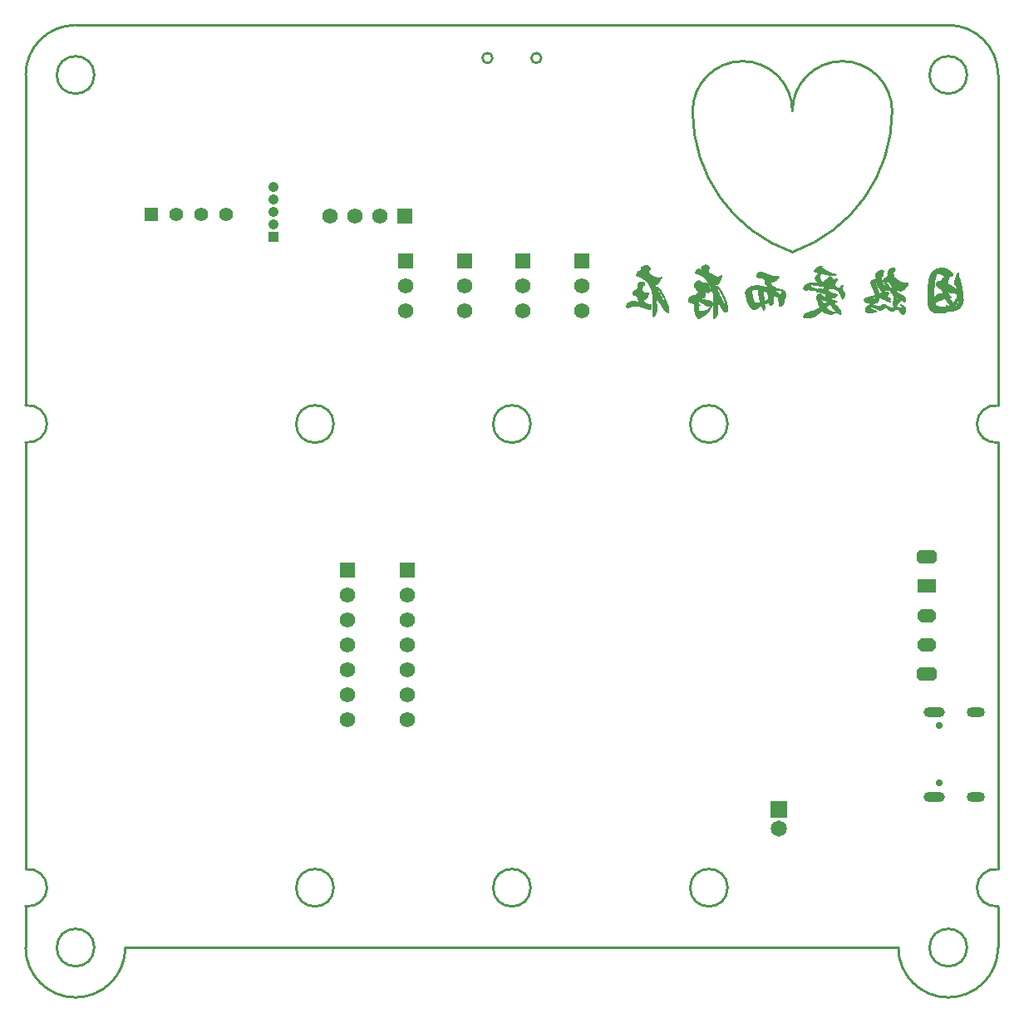
<source format=gbs>
G04*
G04 #@! TF.GenerationSoftware,Altium Limited,Altium Designer,20.2.6 (244)*
G04*
G04 Layer_Color=16711935*
%FSLAX24Y24*%
%MOIN*%
G70*
G04*
G04 #@! TF.SameCoordinates,AAC5203C-1E5B-4ACD-AD40-D79658958D62*
G04*
G04*
G04 #@! TF.FilePolarity,Negative*
G04*
G01*
G75*
%ADD10C,0.0100*%
%ADD56C,0.0620*%
%ADD62R,0.0620X0.0620*%
%ADD88R,0.0620X0.0620*%
G04:AMPARAMS|DCode=89|XSize=52mil|YSize=82mil|CornerRadius=0mil|HoleSize=0mil|Usage=FLASHONLY|Rotation=270.000|XOffset=0mil|YOffset=0mil|HoleType=Round|Shape=Octagon|*
%AMOCTAGOND89*
4,1,8,0.0410,0.0130,0.0410,-0.0130,0.0280,-0.0260,-0.0280,-0.0260,-0.0410,-0.0130,-0.0410,0.0130,-0.0280,0.0260,0.0280,0.0260,0.0410,0.0130,0.0*
%
%ADD89OCTAGOND89*%

%ADD90R,0.0720X0.0520*%
G04:AMPARAMS|DCode=91|XSize=52mil|YSize=72mil|CornerRadius=0mil|HoleSize=0mil|Usage=FLASHONLY|Rotation=270.000|XOffset=0mil|YOffset=0mil|HoleType=Round|Shape=Octagon|*
%AMOCTAGOND91*
4,1,8,0.0360,0.0130,0.0360,-0.0130,0.0230,-0.0260,-0.0230,-0.0260,-0.0360,-0.0130,-0.0360,0.0130,-0.0230,0.0260,0.0230,0.0260,0.0360,0.0130,0.0*
%
%ADD91OCTAGOND91*%

%ADD92O,0.0729X0.0414*%
%ADD93O,0.0847X0.0414*%
%ADD94C,0.0276*%
%ADD95R,0.0650X0.0650*%
%ADD96C,0.0650*%
%ADD97C,0.0550*%
%ADD98R,0.0550X0.0550*%
%ADD99C,0.0414*%
%ADD100R,0.0414X0.0414*%
G36*
X49802Y44894D02*
X49829Y44887D01*
X49851Y44879D01*
X49870Y44870D01*
X49884Y44860D01*
X49894Y44851D01*
X49901Y44844D01*
X49903Y44842D01*
X49919Y44823D01*
X49929Y44806D01*
X49938Y44792D01*
X49943Y44780D01*
X49947Y44769D01*
X49948Y44762D01*
Y44759D01*
Y44757D01*
X49947Y44752D01*
X49945Y44745D01*
X49936Y44731D01*
X49924Y44717D01*
X49910Y44703D01*
X49898Y44691D01*
X49887Y44681D01*
X49888Y44676D01*
X49891Y44669D01*
Y44667D01*
X49898Y44646D01*
X49905Y44629D01*
X49912Y44613D01*
X49919Y44599D01*
X49926Y44587D01*
X49931Y44578D01*
X49934Y44573D01*
X49936Y44571D01*
X49954Y44564D01*
X49973Y44554D01*
X50014Y44533D01*
X50058Y44511D01*
X50099Y44488D01*
X50120Y44478D01*
X50138Y44467D01*
X50155Y44459D01*
X50169Y44450D01*
X50181Y44443D01*
X50191Y44439D01*
X50197Y44436D01*
X50198Y44434D01*
X50221Y44426D01*
X50242Y44420D01*
X50250D01*
X50257Y44419D01*
X50263D01*
X50276Y44420D01*
X50294Y44426D01*
X50311Y44431D01*
X50328Y44439D01*
X50344Y44446D01*
X50358Y44452D01*
X50367Y44457D01*
X50368Y44459D01*
X50370D01*
X50389Y44467D01*
X50405Y44471D01*
X50415Y44472D01*
X50419D01*
X50426Y44471D01*
X50431Y44467D01*
X50436Y44459D01*
X50440Y44448D01*
Y44445D01*
Y44443D01*
Y44436D01*
X50438Y44429D01*
X50433Y44408D01*
X50426Y44384D01*
X50417Y44360D01*
X50410Y44337D01*
X50403Y44318D01*
X50400Y44309D01*
X50398Y44304D01*
X50396Y44301D01*
Y44299D01*
X50379Y44259D01*
X50361Y44222D01*
X50344Y44191D01*
X50327Y44167D01*
X50313Y44146D01*
X50301Y44132D01*
X50294Y44124D01*
X50290Y44120D01*
X50266Y44099D01*
X50243Y44084D01*
X50223Y44073D01*
X50203Y44068D01*
X50188Y44064D01*
X50176Y44063D01*
X50165D01*
X50181Y44042D01*
X50191Y44025D01*
X50195Y44018D01*
X50198Y44012D01*
X50200Y44011D01*
Y44009D01*
X50219Y44018D01*
X50238Y44023D01*
X50245Y44025D01*
X50257D01*
X50269Y44023D01*
X50280Y44021D01*
X50297Y44012D01*
X50304Y44007D01*
X50309Y44002D01*
X50313Y44000D01*
X50315Y43999D01*
X50320Y43993D01*
X50327Y43985D01*
X50341Y43967D01*
X50356Y43945D01*
X50372Y43920D01*
X50386Y43900D01*
X50398Y43880D01*
X50401Y43874D01*
X50405Y43868D01*
X50408Y43865D01*
Y43863D01*
X50433Y43821D01*
X50457Y43778D01*
X50480Y43736D01*
X50500Y43698D01*
X50509Y43681D01*
X50516Y43663D01*
X50523Y43650D01*
X50530Y43637D01*
X50533Y43627D01*
X50537Y43620D01*
X50540Y43615D01*
Y43613D01*
X50563Y43561D01*
X50582Y43511D01*
X50599Y43464D01*
X50613Y43424D01*
X50620Y43405D01*
X50625Y43389D01*
X50631Y43375D01*
X50634Y43363D01*
X50637Y43353D01*
X50639Y43346D01*
X50641Y43342D01*
Y43341D01*
X50648Y43318D01*
X50653Y43295D01*
X50658Y43276D01*
X50662Y43259D01*
X50669Y43228D01*
X50672Y43203D01*
X50676Y43184D01*
X50677Y43172D01*
Y43164D01*
Y43162D01*
X50676Y43125D01*
X50674Y43106D01*
X50670Y43091D01*
X50669Y43077D01*
X50667Y43066D01*
X50665Y43059D01*
Y43056D01*
X50660Y43037D01*
X50655Y43019D01*
X50651Y43007D01*
X50646Y42997D01*
X50643Y42990D01*
X50639Y42985D01*
X50636Y42983D01*
Y42981D01*
X50629Y42974D01*
X50620Y42971D01*
X50603Y42964D01*
X50594D01*
X50587Y42962D01*
X50582D01*
X50568Y42964D01*
X50552Y42971D01*
X50539Y42978D01*
X50525Y42988D01*
X50513Y42997D01*
X50504Y43006D01*
X50497Y43011D01*
X50495Y43012D01*
X50485Y43023D01*
X50474Y43035D01*
X50452Y43065D01*
X50427Y43098D01*
X50405Y43132D01*
X50386Y43164D01*
X50377Y43177D01*
X50368Y43190D01*
X50363Y43200D01*
X50358Y43207D01*
X50356Y43212D01*
X50355Y43214D01*
X50325Y43269D01*
X50301Y43321D01*
X50282Y43367D01*
X50275Y43387D01*
X50268Y43407D01*
X50263Y43424D01*
X50259Y43440D01*
X50256Y43453D01*
X50252Y43464D01*
X50250Y43473D01*
X50256Y43436D01*
X50261Y43391D01*
X50266Y43348D01*
X50269Y43308D01*
X50273Y43273D01*
X50276Y43240D01*
X50278Y43209D01*
X50280Y43183D01*
X50282Y43158D01*
X50283Y43139D01*
Y43122D01*
X50285Y43106D01*
Y43096D01*
Y43089D01*
Y43084D01*
Y43082D01*
X50282Y43023D01*
X50275Y42971D01*
X50269Y42947D01*
X50264Y42924D01*
X50257Y42903D01*
X50250Y42884D01*
X50245Y42868D01*
X50238Y42853D01*
X50233Y42841D01*
X50228Y42828D01*
X50224Y42820D01*
X50221Y42815D01*
X50217Y42811D01*
Y42809D01*
X50205Y42790D01*
X50193Y42773D01*
X50181Y42759D01*
X50171Y42747D01*
X50160Y42736D01*
X50151Y42726D01*
X50134Y42714D01*
X50122Y42705D01*
X50111Y42702D01*
X50106Y42700D01*
X50105D01*
X50096Y42702D01*
X50089Y42703D01*
X50079Y42714D01*
X50070Y42730D01*
X50065Y42747D01*
X50061Y42764D01*
X50059Y42780D01*
Y42790D01*
Y42792D01*
Y42794D01*
Y42820D01*
Y42848D01*
Y42877D01*
Y42908D01*
X50061Y42973D01*
Y43035D01*
X50063Y43065D01*
Y43092D01*
Y43117D01*
Y43139D01*
X50065Y43157D01*
Y43169D01*
Y43177D01*
Y43181D01*
X50072Y43544D01*
Y43571D01*
Y43596D01*
X50070Y43618D01*
X50068Y43641D01*
Y43660D01*
X50066Y43677D01*
X50065Y43693D01*
X50063Y43707D01*
X50061Y43719D01*
X50059Y43729D01*
X50058Y43747D01*
X50054Y43755D01*
Y43759D01*
X50052Y43766D01*
X50049Y43776D01*
X50044Y43788D01*
X50037Y43802D01*
X50030Y43818D01*
X50021Y43835D01*
X50004Y43874D01*
X49981Y43919D01*
X49959Y43966D01*
X49933Y44014D01*
X49908Y44063D01*
X49882Y44111D01*
X49858Y44158D01*
X49835Y44202D01*
X49816Y44240D01*
X49808Y44257D01*
X49799Y44273D01*
X49792Y44285D01*
X49785Y44297D01*
X49782Y44306D01*
X49778Y44313D01*
X49775Y44316D01*
Y44318D01*
X49735Y44344D01*
X49697Y44368D01*
X49662Y44389D01*
X49629Y44408D01*
X49601Y44424D01*
X49589Y44429D01*
X49580Y44434D01*
X49572Y44439D01*
X49566Y44443D01*
X49563Y44445D01*
X49561D01*
X49523Y44464D01*
X49490Y44479D01*
X49460Y44492D01*
X49438Y44498D01*
X49419Y44505D01*
X49407Y44509D01*
X49398Y44511D01*
X49396D01*
X49377Y44516D01*
X49363Y44523D01*
X49353Y44531D01*
X49346Y44542D01*
X49342Y44551D01*
X49339Y44558D01*
Y44563D01*
Y44564D01*
X49341Y44582D01*
X49346Y44601D01*
X49353Y44618D01*
X49362Y44634D01*
X49370Y44650D01*
X49377Y44660D01*
X49382Y44667D01*
X49384Y44670D01*
X49401Y44691D01*
X49421Y44705D01*
X49440Y44715D01*
X49457Y44724D01*
X49473Y44728D01*
X49485Y44729D01*
X49493Y44731D01*
X49497D01*
X49521Y44729D01*
X49542Y44726D01*
X49561Y44721D01*
X49579Y44715D01*
X49591Y44710D01*
X49596Y44707D01*
X49594Y44709D01*
X49591Y44719D01*
X49589Y44728D01*
X49587Y44738D01*
X49585Y44747D01*
Y44754D01*
Y44755D01*
X49587Y44775D01*
X49594Y44794D01*
X49601Y44809D01*
X49612Y44825D01*
X49620Y44835D01*
X49629Y44846D01*
X49636Y44851D01*
X49638Y44853D01*
X49658Y44867D01*
X49679Y44877D01*
X49702Y44886D01*
X49724Y44891D01*
X49743Y44894D01*
X49759Y44896D01*
X49773D01*
X49802Y44894D01*
D02*
G37*
G36*
X54425Y44854D02*
X54438Y44853D01*
X54446Y44847D01*
X54451Y44842D01*
X54455Y44837D01*
X54458Y44834D01*
Y44830D01*
Y44828D01*
X54457Y44813D01*
X54453Y44801D01*
X54451Y44795D01*
X54450Y44794D01*
X54448Y44792D01*
Y44788D01*
X54451Y44785D01*
X54455Y44780D01*
X54467Y44768D01*
X54481Y44757D01*
X54497Y44745D01*
X54509Y44735D01*
X54519Y44729D01*
X54521Y44726D01*
X54523D01*
X54557Y44703D01*
X54594Y44681D01*
X54632Y44660D01*
X54667Y44641D01*
X54698Y44625D01*
X54712Y44618D01*
X54724Y44613D01*
X54733Y44608D01*
X54740Y44604D01*
X54745Y44601D01*
X54747D01*
X54795Y44580D01*
X54837Y44563D01*
X54873Y44551D01*
X54903Y44542D01*
X54927Y44535D01*
X54945Y44531D01*
X54950D01*
X54955Y44530D01*
X54958D01*
X54972Y44528D01*
X54983Y44526D01*
X55002Y44521D01*
X55016Y44514D01*
X55024Y44507D01*
X55031Y44500D01*
X55033Y44493D01*
X55035Y44490D01*
Y44488D01*
X55033Y44476D01*
X55026Y44467D01*
X55019Y44459D01*
X55009Y44452D01*
X55000Y44448D01*
X54991Y44445D01*
X54986Y44441D01*
X54984D01*
X54945Y44434D01*
X54924Y44433D01*
X54905Y44431D01*
X54889Y44429D01*
X54839D01*
X54811Y44433D01*
X54785Y44434D01*
X54764Y44437D01*
X54612Y44468D01*
X54575Y44478D01*
X54526Y44492D01*
X54504Y44497D01*
X54483Y44502D01*
X54464Y44507D01*
X54446Y44512D01*
X54432Y44516D01*
X54422Y44519D01*
X54415Y44521D01*
X54413D01*
X54396Y44499D01*
X54384Y44478D01*
X54375Y44459D01*
X54370Y44441D01*
X54365Y44427D01*
X54363Y44415D01*
Y44408D01*
Y44406D01*
X54365Y44386D01*
X54372Y44363D01*
X54382Y44339D01*
X54392Y44316D01*
X54403Y44297D01*
X54413Y44280D01*
X54420Y44269D01*
X54422Y44268D01*
Y44266D01*
X54445Y44235D01*
X54467Y44209D01*
X54764Y44437D01*
X54766Y44436D01*
X54797Y44413D01*
X54825Y44391D01*
X54835Y44380D01*
X54846Y44370D01*
X54854Y44363D01*
X54859Y44356D01*
X54863Y44353D01*
X54865Y44351D01*
X54877Y44337D01*
X54887Y44327D01*
X54896Y44320D01*
X54903Y44314D01*
X54908Y44311D01*
X54912Y44309D01*
X54922D01*
X54929Y44313D01*
X54948Y44318D01*
X54958Y44321D01*
X54965Y44323D01*
X54971Y44327D01*
X54972D01*
X54988Y44334D01*
X55002Y44337D01*
X55016Y44341D01*
X55026Y44344D01*
X55037D01*
X55043Y44346D01*
X55049D01*
X55059Y44344D01*
X55068Y44341D01*
X55073Y44335D01*
X55078Y44330D01*
X55082Y44320D01*
Y44316D01*
Y44314D01*
X55080Y44302D01*
X55073Y44290D01*
X55064Y44278D01*
X55056Y44266D01*
X55045Y44254D01*
X55038Y44247D01*
X55031Y44240D01*
X55030Y44238D01*
X55024Y44229D01*
X55017Y44217D01*
X55010Y44203D01*
X55005Y44188D01*
X55000Y44174D01*
X54995Y44162D01*
X54993Y44153D01*
X54991Y44150D01*
X54983Y44125D01*
X54977Y44103D01*
X54972Y44085D01*
X54969Y44071D01*
X54967Y44059D01*
X54965Y44052D01*
Y44047D01*
Y44045D01*
X54993Y44033D01*
X55023Y44019D01*
X55050Y44002D01*
X55076Y43985D01*
X55101Y43967D01*
X55118Y43953D01*
X55125Y43948D01*
X55130Y43945D01*
X55134Y43943D01*
X55135Y43941D01*
X55148Y43967D01*
X55160Y43990D01*
X55170Y44009D01*
X55182Y44026D01*
X55193Y44040D01*
X55201Y44052D01*
X55212Y44061D01*
X55221Y44070D01*
X55234Y44080D01*
X55247Y44085D01*
X55254Y44087D01*
X55255D01*
X55269Y44085D01*
X55278Y44082D01*
X55285Y44077D01*
X55290Y44070D01*
X55293Y44063D01*
X55295Y44058D01*
Y44054D01*
Y44052D01*
X55293Y44030D01*
X55288Y44012D01*
X55285Y44005D01*
X55283Y44000D01*
X55281Y43999D01*
Y43997D01*
X55276Y43990D01*
X55273Y43983D01*
X55267Y43976D01*
X55266Y43972D01*
Y43971D01*
X55267Y43955D01*
X55269Y43936D01*
X55274Y43917D01*
X55280Y43900D01*
X55285Y43884D01*
X55288Y43870D01*
X55292Y43861D01*
X55293Y43858D01*
X55304Y43834D01*
X55314Y43815D01*
X55323Y43799D01*
X55330Y43787D01*
X55337Y43778D01*
X55342Y43771D01*
X55346Y43769D01*
X55347Y43768D01*
X55356Y43761D01*
X55363Y43752D01*
X55366Y43742D01*
X55370Y43733D01*
X55372Y43726D01*
X55373Y43719D01*
Y43716D01*
Y43714D01*
X55372Y43698D01*
X55368Y43679D01*
X55365Y43658D01*
X55358Y43636D01*
X55352Y43615D01*
X55349Y43598D01*
X55347Y43591D01*
X55346Y43587D01*
X55344Y43584D01*
Y43582D01*
X55339Y43565D01*
X55332Y43551D01*
X55326Y43537D01*
X55319Y43526D01*
X55307Y43509D01*
X55297Y43497D01*
X55287Y43490D01*
X55280Y43486D01*
X55274Y43485D01*
X55273D01*
X55266Y43486D01*
X55259Y43488D01*
X55247Y43497D01*
X55236Y43509D01*
X55227Y43525D01*
X55221Y43538D01*
X55215Y43551D01*
X55214Y43559D01*
X55212Y43563D01*
X55196Y43611D01*
X55177Y43655D01*
X55158Y43695D01*
X55137Y43729D01*
X55129Y43743D01*
X55120Y43757D01*
X55111Y43768D01*
X55104Y43778D01*
X55099Y43785D01*
X55094Y43790D01*
X55092Y43794D01*
X55090Y43795D01*
X55075Y43813D01*
X55059Y43828D01*
X55043Y43842D01*
X55028Y43854D01*
X55014Y43863D01*
X55000Y43872D01*
X54974Y43884D01*
X54953Y43891D01*
X54936Y43894D01*
X54925Y43896D01*
X54882D01*
X54854Y43898D01*
X54826Y43901D01*
X54800Y43907D01*
X54776Y43912D01*
X54755Y43917D01*
X54740Y43922D01*
X54729Y43926D01*
X54728Y43927D01*
X54726D01*
X54714Y43924D01*
X54705Y43920D01*
X54698Y43917D01*
X54695Y43913D01*
X54689Y43907D01*
Y43903D01*
X54691Y43896D01*
X54695Y43886D01*
X54703Y43860D01*
X54710Y43847D01*
X54714Y43837D01*
X54717Y43832D01*
X54719Y43828D01*
X54762Y43809D01*
X54802Y43794D01*
X54837Y43778D01*
X54868Y43766D01*
X54894Y43755D01*
X54918Y43747D01*
X54938Y43740D01*
X54955Y43735D01*
X54969Y43729D01*
X54981Y43726D01*
X54990Y43724D01*
X54997Y43723D01*
X55002Y43721D01*
X55026D01*
X55040Y43719D01*
X55050Y43717D01*
X55052Y43716D01*
X55054D01*
X55061Y43712D01*
X55064Y43709D01*
X55071Y43696D01*
X55073Y43688D01*
Y43684D01*
Y43683D01*
X55071Y43670D01*
X55064Y43657D01*
X55056Y43643D01*
X55045Y43627D01*
X55037Y43613D01*
X55028Y43603D01*
X55021Y43596D01*
X55019Y43592D01*
X54998Y43571D01*
X54979Y43558D01*
X54960Y43547D01*
X54945Y43538D01*
X54931Y43535D01*
X54920Y43533D01*
X54913Y43532D01*
X54912D01*
X54892Y43533D01*
X54877Y43537D01*
X54863Y43542D01*
X54853Y43549D01*
X54844Y43556D01*
X54837Y43561D01*
X54833Y43565D01*
X54832Y43566D01*
X54842Y43554D01*
X54854Y43538D01*
X54877Y43507D01*
X54885Y43492D01*
X54894Y43479D01*
X54899Y43473D01*
X54901Y43469D01*
X54931Y43466D01*
X54957Y43460D01*
X54977Y43457D01*
X54997Y43452D01*
X55014Y43446D01*
X55028Y43441D01*
X55038Y43436D01*
X55047Y43431D01*
X55054Y43426D01*
X55059Y43422D01*
X55064Y43414D01*
X55068Y43408D01*
Y43407D01*
X55066Y43396D01*
X55061Y43389D01*
X55054Y43384D01*
X55045Y43379D01*
X55038Y43377D01*
X55031Y43375D01*
X55026Y43374D01*
X55024D01*
X55009Y43372D01*
X54997Y43370D01*
X54984Y43368D01*
X54976Y43365D01*
X54969Y43363D01*
X54964Y43361D01*
X54962Y43360D01*
X54960D01*
X54986Y43321D01*
X55012Y43287D01*
X55038Y43256D01*
X55059Y43229D01*
X55078Y43209D01*
X55094Y43193D01*
X55102Y43183D01*
X55104Y43181D01*
X55106Y43179D01*
X55132Y43151D01*
X55153Y43125D01*
X55170Y43101D01*
X55184Y43078D01*
X55193Y43059D01*
X55200Y43045D01*
X55203Y43037D01*
X55205Y43033D01*
X55212Y43007D01*
X55217Y42985D01*
X55222Y42966D01*
X55224Y42950D01*
X55226Y42938D01*
X55227Y42929D01*
Y42924D01*
Y42922D01*
X55226Y42908D01*
X55221Y42900D01*
X55214Y42893D01*
X55205Y42887D01*
X55196Y42884D01*
X55189Y42882D01*
X55182D01*
X55174Y42884D01*
X55163Y42886D01*
X55142Y42894D01*
X55120Y42908D01*
X55097Y42922D01*
X55076Y42936D01*
X55061Y42950D01*
X55054Y42955D01*
X55049Y42959D01*
X55047Y42962D01*
X55040D01*
X55031Y42960D01*
X55014Y42955D01*
X55005Y42952D01*
X54997Y42948D01*
X54991Y42947D01*
X54990D01*
X54974Y42941D01*
X54960Y42934D01*
X54948Y42929D01*
X54938Y42926D01*
X54929Y42920D01*
X54924Y42919D01*
X54920Y42915D01*
X54918D01*
X54898Y42901D01*
X54877Y42893D01*
X54858Y42886D01*
X54840Y42881D01*
X54826Y42877D01*
X54816Y42875D01*
X54806D01*
X54781Y42877D01*
X54754Y42881D01*
X54724Y42887D01*
X54695Y42894D01*
X54668Y42901D01*
X54648Y42908D01*
X54639Y42910D01*
X54634Y42912D01*
X54630Y42914D01*
X54629D01*
X54587Y42929D01*
X54549Y42948D01*
X54516Y42967D01*
X54488Y42986D01*
X54467Y43004D01*
X54451Y43018D01*
X54441Y43028D01*
X54438Y43030D01*
Y43032D01*
X54401Y42999D01*
X54366Y42969D01*
X54335Y42941D01*
X54306Y42917D01*
X54278Y42896D01*
X54252Y42877D01*
X54229Y42860D01*
X54208Y42844D01*
X54191Y42832D01*
X54175Y42822D01*
X54162Y42813D01*
X54149Y42806D01*
X54141Y42801D01*
X54136Y42797D01*
X54132Y42794D01*
X54130D01*
X54089Y42775D01*
X54047Y42762D01*
X54007Y42752D01*
X53971Y42745D01*
X53938Y42742D01*
X53924Y42740D01*
X53913D01*
X53903Y42738D01*
X53846D01*
X53825Y42740D01*
X53807D01*
X53792Y42742D01*
X53778Y42743D01*
X53766Y42745D01*
X53755Y42747D01*
X53740Y42749D01*
X53728Y42752D01*
X53722Y42754D01*
X53721D01*
X53708Y42761D01*
X53698Y42771D01*
X53691Y42782D01*
X53688Y42794D01*
X53684Y42804D01*
X53682Y42813D01*
Y42820D01*
Y42822D01*
X53686Y42841D01*
X53693Y42860D01*
X53705Y42877D01*
X53717Y42893D01*
X53729Y42907D01*
X53741Y42917D01*
X53748Y42924D01*
X53752Y42926D01*
X53780Y42945D01*
X53809Y42962D01*
X53840Y42976D01*
X53870Y42988D01*
X53896Y42999D01*
X53908Y43002D01*
X53919Y43006D01*
X53925Y43009D01*
X53932Y43011D01*
X53936Y43012D01*
X53938D01*
X53983Y43026D01*
X54026Y43040D01*
X54066Y43054D01*
X54104Y43070D01*
X54141Y43085D01*
X54172Y43099D01*
X54203Y43115D01*
X54229Y43129D01*
X54254Y43141D01*
X54274Y43153D01*
X54292Y43164D01*
X54307Y43174D01*
X54318Y43181D01*
X54327Y43186D01*
X54332Y43190D01*
X54333Y43191D01*
X54318Y43238D01*
X54302Y43280D01*
X54288Y43316D01*
X54278Y43348D01*
X54267Y43375D01*
X54257Y43398D01*
X54250Y43415D01*
X54243Y43431D01*
X54238Y43443D01*
X54233Y43453D01*
X54229Y43460D01*
X54228Y43466D01*
X54224Y43469D01*
X54222Y43471D01*
X54214Y43479D01*
X54208Y43490D01*
X54202Y43514D01*
X54200Y43526D01*
X54198Y43535D01*
Y43542D01*
Y43544D01*
X54200Y43565D01*
X54205Y43587D01*
X54210Y43608D01*
X54217Y43629D01*
X54226Y43646D01*
X54231Y43662D01*
X54236Y43670D01*
X54238Y43674D01*
X54247Y43688D01*
X54254Y43700D01*
X54273Y43717D01*
X54292Y43731D01*
X54311Y43742D01*
X54327Y43747D01*
X54340Y43749D01*
X54349Y43750D01*
X54353D01*
X54368Y43749D01*
X54384Y43745D01*
X54398Y43740D01*
X54410Y43733D01*
X54420Y43726D01*
X54429Y43721D01*
X54434Y43717D01*
X54436Y43716D01*
X54478Y43681D01*
X54516Y43650D01*
X54550Y43622D01*
X54578Y43599D01*
X54603Y43582D01*
X54620Y43570D01*
X54625Y43565D01*
X54630Y43563D01*
X54632Y43559D01*
X54634D01*
X54615Y43591D01*
X54599Y43617D01*
X54585Y43641D01*
X54575Y43660D01*
X54566Y43676D01*
X54561Y43686D01*
X54557Y43693D01*
X54556Y43695D01*
X54530Y43709D01*
X54505Y43721D01*
X54462Y43742D01*
X54422Y43755D01*
X54387Y43764D01*
X54372Y43768D01*
X54359Y43771D01*
X54347Y43773D01*
X54339D01*
X54332Y43775D01*
X54321D01*
X54271Y43769D01*
X54250Y43771D01*
X54234Y43775D01*
X54222Y43782D01*
X54215Y43788D01*
X54210Y43795D01*
X54208Y43802D01*
X54207Y43806D01*
Y43808D01*
X54208Y43821D01*
X54212Y43832D01*
X54217Y43839D01*
X54222Y43846D01*
X54228Y43849D01*
X54233Y43851D01*
X54235Y43852D01*
X54207Y43846D01*
X54175Y43841D01*
X54148Y43837D01*
X54123Y43835D01*
X54103Y43834D01*
X54087Y43832D01*
X54045D01*
X54021Y43834D01*
X54000Y43837D01*
X53983Y43841D01*
X53971Y43842D01*
X53960Y43846D01*
X53955Y43847D01*
X53953D01*
X53939Y43853D01*
X53927Y43858D01*
X53917Y43861D01*
X53908Y43863D01*
X53901Y43865D01*
X53894D01*
X53880Y43863D01*
X53866Y43860D01*
X53856Y43854D01*
X53854Y43853D01*
X53853D01*
X53832Y43847D01*
X53813Y43844D01*
X53804Y43842D01*
X53790D01*
X53776Y43844D01*
X53762Y43846D01*
X53750Y43851D01*
X53738Y43856D01*
X53729Y43860D01*
X53722Y43865D01*
X53719Y43867D01*
X53717Y43868D01*
X53705Y43879D01*
X53696Y43889D01*
X53691Y43900D01*
X53686Y43910D01*
X53684Y43917D01*
X53682Y43924D01*
Y43927D01*
Y43929D01*
Y43946D01*
X53686Y43962D01*
X53695Y43993D01*
X53708Y44021D01*
X53722Y44045D01*
X53738Y44066D01*
X53752Y44082D01*
X53761Y44091D01*
X53762Y44094D01*
X53764D01*
X53780Y44108D01*
X53797Y44120D01*
X53832Y44137D01*
X53868Y44151D01*
X53903Y44162D01*
X53934Y44167D01*
X53948Y44169D01*
X53960D01*
X53969Y44170D01*
X54037D01*
X54090Y44167D01*
X54144Y44165D01*
X54195Y44162D01*
X54217Y44160D01*
X54238Y44158D01*
X54257Y44156D01*
X54273D01*
X54287Y44155D01*
X54295Y44153D01*
X54304D01*
X54283Y44165D01*
X54262Y44177D01*
X54245Y44193D01*
X54229Y44207D01*
X54215Y44219D01*
X54207Y44229D01*
X54200Y44236D01*
X54198Y44238D01*
X54182Y44259D01*
X54170Y44280D01*
X54163Y44299D01*
X54156Y44314D01*
X54153Y44327D01*
X54151Y44337D01*
Y44344D01*
Y44346D01*
X54153Y44365D01*
X54156Y44382D01*
X54162Y44401D01*
X54169Y44417D01*
X54175Y44431D01*
X54181Y44441D01*
X54184Y44450D01*
X54186Y44452D01*
X54193Y44462D01*
X54202Y44472D01*
X54224Y44492D01*
X54250Y44509D01*
X54278Y44525D01*
X54304Y44537D01*
X54325Y44545D01*
X54333Y44549D01*
X54340Y44551D01*
X54344Y44552D01*
X54292D01*
X54269Y44554D01*
X54248Y44556D01*
X54231Y44558D01*
X54224D01*
X54219Y44559D01*
X54215D01*
X54198Y44563D01*
X54182Y44566D01*
X54169Y44571D01*
X54156Y44577D01*
X54148Y44582D01*
X54139Y44589D01*
X54127Y44601D01*
X54120Y44613D01*
X54116Y44623D01*
X54115Y44630D01*
Y44634D01*
X54116Y44648D01*
X54122Y44662D01*
X54129Y44676D01*
X54136Y44689D01*
X54144Y44702D01*
X54151Y44712D01*
X54156Y44719D01*
X54158Y44721D01*
X54175Y44740D01*
X54195Y44759D01*
X54215Y44775D01*
X54234Y44788D01*
X54252Y44799D01*
X54267Y44808D01*
X54276Y44813D01*
X54278Y44814D01*
X54280D01*
X54307Y44828D01*
X54332Y44839D01*
X54354Y44846D01*
X54372Y44851D01*
X54387Y44854D01*
X54399Y44856D01*
X54408D01*
X54425Y44854D01*
D02*
G37*
G36*
X57300Y44780D02*
X57314Y44778D01*
X57326Y44775D01*
X57337Y44769D01*
X57345Y44764D01*
X57352Y44761D01*
X57356Y44759D01*
X57358Y44757D01*
X57368Y44748D01*
X57375Y44738D01*
X57382Y44726D01*
X57385Y44715D01*
X57387Y44707D01*
X57389Y44698D01*
Y44693D01*
Y44691D01*
X57387Y44676D01*
X57384Y44662D01*
X57377Y44650D01*
X57370Y44637D01*
X57363Y44629D01*
X57356Y44622D01*
X57352Y44617D01*
X57351Y44615D01*
X57338Y44603D01*
X57328Y44592D01*
X57321Y44585D01*
X57318Y44578D01*
X57314Y44573D01*
X57312Y44570D01*
Y44568D01*
Y44563D01*
X57314Y44554D01*
X57318Y44533D01*
X57321Y44525D01*
X57323Y44516D01*
X57325Y44511D01*
Y44509D01*
X57332Y44472D01*
X57335Y44455D01*
X57337Y44438D01*
X57338Y44424D01*
X57340Y44412D01*
X57342Y44405D01*
Y44401D01*
X57387Y44367D01*
X57430Y44334D01*
X57472Y44306D01*
X57507Y44282D01*
X57522Y44269D01*
X57536Y44261D01*
X57549Y44252D01*
X57561Y44245D01*
X57568Y44240D01*
X57575Y44236D01*
X57578Y44235D01*
X57580Y44233D01*
X57620Y44209D01*
X57658Y44191D01*
X57691Y44179D01*
X57719Y44170D01*
X57741Y44165D01*
X57759Y44163D01*
X57769Y44162D01*
X57783D01*
X57797Y44163D01*
X57823Y44167D01*
X57835D01*
X57845Y44169D01*
X57852Y44170D01*
X57871D01*
X57885Y44167D01*
X57894Y44158D01*
X57901Y44150D01*
X57904Y44139D01*
X57906Y44130D01*
X57908Y44124D01*
Y44122D01*
X57906Y44113D01*
X57903Y44103D01*
X57899Y44091D01*
X57892Y44078D01*
X57875Y44049D01*
X57856Y44019D01*
X57838Y43993D01*
X57830Y43981D01*
X57821Y43969D01*
X57814Y43960D01*
X57811Y43953D01*
X57807Y43950D01*
X57805Y43948D01*
X57786Y43926D01*
X57767Y43905D01*
X57748Y43887D01*
X57731Y43872D01*
X57712Y43860D01*
X57696Y43849D01*
X57679Y43841D01*
X57665Y43834D01*
X57639Y43823D01*
X57627Y43820D01*
X57618Y43818D01*
X57611D01*
X57606Y43816D01*
X57582D01*
X57566Y43818D01*
X57536Y43823D01*
X57514Y43830D01*
X57496Y43839D01*
X57484Y43846D01*
X57476Y43853D01*
X57472Y43858D01*
X57470Y43860D01*
X57458Y43879D01*
X57448Y43894D01*
X57439Y43908D01*
X57432Y43920D01*
X57427Y43929D01*
X57424Y43934D01*
X57420Y43938D01*
X57422Y43922D01*
X57425Y43905D01*
X57427Y43886D01*
Y43867D01*
X57429Y43851D01*
X57430Y43837D01*
Y43828D01*
Y43825D01*
X57474Y43799D01*
X57512Y43775D01*
X57549Y43752D01*
X57580Y43731D01*
X57609Y43712D01*
X57634Y43696D01*
X57656Y43681D01*
X57677Y43669D01*
X57694Y43657D01*
X57708Y43646D01*
X57720Y43637D01*
X57729Y43632D01*
X57736Y43627D01*
X57741Y43624D01*
X57743Y43620D01*
X57745D01*
X57759Y43610D01*
X57769Y43599D01*
X57788Y43580D01*
X57800Y43563D01*
X57811Y43547D01*
X57816Y43535D01*
X57818Y43526D01*
X57819Y43519D01*
Y43518D01*
Y43509D01*
X57816Y43497D01*
X57811Y43469D01*
X57807Y43455D01*
X57805Y43445D01*
X57802Y43438D01*
Y43434D01*
X57795Y43414D01*
X57786Y43398D01*
X57779Y43387D01*
X57771Y43381D01*
X57766Y43375D01*
X57760Y43374D01*
X57757Y43372D01*
X57755D01*
X57745Y43374D01*
X57734Y43375D01*
X57715Y43386D01*
X57708Y43389D01*
X57703Y43394D01*
X57700Y43396D01*
X57698Y43398D01*
X57682Y43410D01*
X57670Y43419D01*
X57658Y43427D01*
X57647Y43434D01*
X57639Y43438D01*
X57634Y43441D01*
X57630Y43445D01*
X57628D01*
X57609Y43427D01*
X57588Y43408D01*
X57568Y43386D01*
X57549Y43367D01*
X57531Y43348D01*
X57517Y43332D01*
X57509Y43321D01*
X57505Y43320D01*
Y43318D01*
X57491Y43304D01*
X57479Y43290D01*
X57460Y43269D01*
X57444Y43252D01*
X57432Y43242D01*
X57424Y43233D01*
X57418Y43229D01*
X57415Y43226D01*
X57418D01*
X57425Y43224D01*
X57432Y43221D01*
X57439Y43219D01*
X57446Y43216D01*
X57451Y43214D01*
X57453D01*
X57484Y43203D01*
X57514Y43195D01*
X57538Y43188D01*
X57559Y43183D01*
X57576Y43176D01*
X57592Y43172D01*
X57604Y43169D01*
X57614Y43165D01*
X57623Y43164D01*
X57630Y43162D01*
X57639Y43160D01*
X57642Y43158D01*
X57646D01*
X57647Y43160D01*
X57649D01*
Y43162D01*
X57647Y43167D01*
X57642Y43177D01*
X57637Y43188D01*
X57635Y43191D01*
Y43193D01*
X57628Y43203D01*
X57623Y43214D01*
X57611Y43226D01*
X57602Y43235D01*
X57601Y43236D01*
X57599D01*
X57592Y43242D01*
X57585Y43249D01*
X57580Y43262D01*
X57576Y43273D01*
Y43275D01*
Y43276D01*
Y43285D01*
X57580Y43292D01*
X57583Y43295D01*
X57587Y43299D01*
X57594Y43302D01*
X57606D01*
X57614Y43299D01*
X57635Y43294D01*
X57644Y43290D01*
X57651Y43287D01*
X57656Y43285D01*
X57658Y43283D01*
X57672Y43276D01*
X57684Y43269D01*
X57694Y43262D01*
X57703Y43256D01*
X57708Y43250D01*
X57713Y43245D01*
X57715Y43243D01*
X57717Y43242D01*
X57726Y43233D01*
X57734Y43223D01*
X57753Y43207D01*
X57762Y43200D01*
X57769Y43195D01*
X57774Y43191D01*
X57776Y43190D01*
X57785Y43181D01*
X57790Y43170D01*
X57797Y43148D01*
X57799Y43137D01*
X57800Y43129D01*
Y43122D01*
Y43120D01*
X57799Y43080D01*
Y43061D01*
X57797Y43044D01*
Y43028D01*
X57795Y43014D01*
Y43007D01*
Y43004D01*
X57792Y42981D01*
X57788Y42960D01*
X57785Y42945D01*
X57781Y42931D01*
X57778Y42922D01*
X57774Y42915D01*
X57772Y42912D01*
Y42910D01*
X57766Y42901D01*
X57755Y42894D01*
X57745Y42889D01*
X57734Y42886D01*
X57726Y42884D01*
X57717Y42882D01*
X57710D01*
X57694Y42884D01*
X57679Y42886D01*
X57651Y42898D01*
X57625Y42912D01*
X57604Y42931D01*
X57587Y42948D01*
X57575Y42962D01*
X57568Y42974D01*
X57564Y42976D01*
Y42978D01*
X57545Y43004D01*
X57528Y43025D01*
X57514Y43042D01*
X57503Y43054D01*
X57495Y43063D01*
X57489Y43068D01*
X57486Y43071D01*
X57484D01*
X57467Y43080D01*
X57450Y43085D01*
X57443Y43087D01*
X57434D01*
X57424Y43085D01*
X57415Y43082D01*
X57397Y43073D01*
X57392Y43066D01*
X57387Y43063D01*
X57384Y43059D01*
X57382Y43058D01*
X57361Y43039D01*
X57338Y43023D01*
X57316Y43012D01*
X57295Y43006D01*
X57274Y43002D01*
X57259Y43000D01*
X57248Y42999D01*
X57245D01*
X57229Y43000D01*
X57213Y43002D01*
X57182Y43012D01*
X57156Y43026D01*
X57132Y43042D01*
X57111Y43058D01*
X57095Y43070D01*
X57087Y43080D01*
X57083Y43082D01*
Y43084D01*
X57069Y43098D01*
X57057Y43111D01*
X57036Y43132D01*
X57021Y43146D01*
X57007Y43157D01*
X56998Y43164D01*
X56993Y43165D01*
X56990Y43167D01*
X56988D01*
X56979Y43165D01*
X56972Y43162D01*
X56955Y43151D01*
X56950Y43146D01*
X56944Y43141D01*
X56941Y43137D01*
X56939Y43136D01*
X56924Y43118D01*
X56908Y43104D01*
X56894Y43092D01*
X56878Y43080D01*
X56851Y43063D01*
X56826Y43052D01*
X56807Y43045D01*
X56792Y43042D01*
X56781Y43040D01*
X56778D01*
X56760Y43042D01*
X56743Y43045D01*
X56726Y43051D01*
X56710Y43058D01*
X56696Y43063D01*
X56686Y43068D01*
X56679Y43071D01*
X56677Y43073D01*
X56654Y43085D01*
X56632Y43098D01*
X56608Y43110D01*
X56585Y43120D01*
X56566Y43129D01*
X56550Y43136D01*
X56540Y43141D01*
X56538Y43143D01*
X56536D01*
X56521Y43150D01*
X56509Y43155D01*
X56486Y43164D01*
X56470Y43170D01*
X56460Y43174D01*
X56453Y43177D01*
X56448Y43179D01*
X56437D01*
X56432Y43177D01*
X56429Y43176D01*
X56427Y43174D01*
X56424Y43170D01*
X56420Y43167D01*
Y43165D01*
Y43164D01*
X56422Y43155D01*
X56429Y43146D01*
X56439Y43137D01*
X56450Y43129D01*
X56460Y43120D01*
X56470Y43113D01*
X56477Y43110D01*
X56479Y43108D01*
X56500Y43096D01*
X56523Y43087D01*
X56542Y43078D01*
X56559Y43073D01*
X56575Y43068D01*
X56587Y43065D01*
X56594Y43063D01*
X56597D01*
X56616Y43058D01*
X56632Y43051D01*
X56642Y43042D01*
X56649Y43035D01*
X56653Y43028D01*
X56654Y43021D01*
X56656Y43018D01*
Y43016D01*
X56654Y43009D01*
X56651Y43004D01*
X56646Y42999D01*
X56639Y42993D01*
X56621Y42985D01*
X56601Y42978D01*
X56582Y42971D01*
X56564Y42967D01*
X56557Y42966D01*
X56552D01*
X56549Y42964D01*
X56547D01*
X56509Y42957D01*
X56476Y42953D01*
X56448Y42950D01*
X56427Y42947D01*
X56411D01*
X56399Y42945D01*
X56391D01*
X56302Y42950D01*
X56285D01*
X56271Y42952D01*
X56259D01*
X56248Y42953D01*
X56241Y42955D01*
X56236D01*
X56233Y42957D01*
X56231D01*
X56222Y42960D01*
X56214Y42966D01*
X56198Y42979D01*
X56186Y42990D01*
X56184Y42993D01*
X56182Y42995D01*
X56174Y43007D01*
X56168Y43018D01*
X56161Y43040D01*
X56160Y43051D01*
X56158Y43058D01*
Y43063D01*
Y43065D01*
X56161Y43101D01*
X56168Y43134D01*
X56181Y43162D01*
X56193Y43186D01*
X56207Y43207D01*
X56219Y43221D01*
X56226Y43229D01*
X56229Y43233D01*
X56257Y43256D01*
X56288Y43273D01*
X56318Y43285D01*
X56347Y43292D01*
X56375Y43297D01*
X56385Y43299D01*
X56396D01*
X56404Y43301D01*
X56415D01*
X56443Y43299D01*
X56470Y43295D01*
X56500Y43292D01*
X56526Y43287D01*
X56550Y43280D01*
X56568Y43276D01*
X56575Y43275D01*
X56580Y43273D01*
X56583Y43271D01*
X56585D01*
X56620Y43261D01*
X56649Y43254D01*
X56675Y43249D01*
X56696Y43245D01*
X56714Y43243D01*
X56726Y43242D01*
X56734D01*
X56752Y43243D01*
X56767Y43247D01*
X56779Y43252D01*
X56790Y43259D01*
X56799Y43264D01*
X56804Y43269D01*
X56807Y43273D01*
X56809Y43275D01*
X56819Y43287D01*
X56833Y43295D01*
X56849Y43301D01*
X56866Y43306D01*
X56882Y43308D01*
X56894Y43309D01*
X56906D01*
X56932Y43308D01*
X56958Y43302D01*
X56981Y43297D01*
X57000Y43290D01*
X57017Y43282D01*
X57029Y43276D01*
X57036Y43271D01*
X57040Y43269D01*
X57064Y43254D01*
X57087Y43240D01*
X57108Y43228D01*
X57127Y43217D01*
X57144Y43209D01*
X57160Y43202D01*
X57187Y43191D01*
X57207Y43184D01*
X57220Y43181D01*
X57227Y43179D01*
X57248D01*
X57264Y43181D01*
X57278Y43184D01*
X57288Y43188D01*
X57297Y43190D01*
X57302Y43193D01*
X57305Y43195D01*
X57307D01*
X57302Y43200D01*
X57299Y43205D01*
X57292Y43223D01*
X57286Y43242D01*
X57283Y43264D01*
X57281Y43283D01*
X57279Y43301D01*
Y43308D01*
Y43313D01*
Y43316D01*
Y43318D01*
Y43335D01*
X57281Y43353D01*
X57283Y43372D01*
Y43387D01*
X57285Y43403D01*
X57286Y43415D01*
X57288Y43422D01*
Y43426D01*
X57293Y43474D01*
X57295Y43497D01*
Y43516D01*
X57297Y43533D01*
Y43547D01*
Y43554D01*
Y43558D01*
X57295Y43606D01*
X57293Y43627D01*
X57290Y43648D01*
X57288Y43663D01*
X57286Y43677D01*
X57285Y43684D01*
Y43688D01*
X57259Y43714D01*
X57231Y43743D01*
X57205Y43771D01*
X57179Y43799D01*
X57158Y43823D01*
X57142Y43842D01*
X57135Y43849D01*
X57130Y43854D01*
X57128Y43858D01*
X57127Y43860D01*
X57094Y43854D01*
X57080Y43851D01*
X57068D01*
X57057Y43849D01*
X57042D01*
X57012Y43853D01*
X57000Y43854D01*
X56988Y43858D01*
X56979Y43861D01*
X56972Y43863D01*
X56967Y43867D01*
X56965D01*
X56976Y43847D01*
X56984Y43834D01*
X56990Y43821D01*
X56993Y43815D01*
X56996Y43808D01*
X56998Y43804D01*
Y43802D01*
X57017D01*
X57035Y43801D01*
X57050Y43799D01*
X57064Y43797D01*
X57075Y43794D01*
X57083Y43792D01*
X57088Y43790D01*
X57090D01*
X57104Y43785D01*
X57113Y43778D01*
X57120Y43768D01*
X57125Y43759D01*
X57128Y43750D01*
X57130Y43742D01*
Y43736D01*
Y43735D01*
X57127Y43710D01*
X57120Y43690D01*
X57109Y43674D01*
X57097Y43660D01*
X57085Y43651D01*
X57075Y43644D01*
X57068Y43641D01*
X57064Y43639D01*
X57082Y43620D01*
X57097Y43604D01*
X57113Y43592D01*
X57128Y43582D01*
X57141Y43575D01*
X57151Y43570D01*
X57158Y43568D01*
X57160Y43566D01*
X57172Y43559D01*
X57180Y43551D01*
X57187Y43540D01*
X57191Y43530D01*
X57194Y43519D01*
X57196Y43511D01*
Y43504D01*
Y43502D01*
X57194Y43485D01*
X57191Y43473D01*
X57186Y43462D01*
X57180Y43453D01*
X57177Y43450D01*
X57179Y43450D01*
X57189Y43448D01*
X57191Y43446D01*
X57193D01*
X57201Y43443D01*
X57207Y43436D01*
X57213Y43424D01*
X57217Y43412D01*
Y43408D01*
Y43407D01*
X57215Y43396D01*
X57212Y43389D01*
X57205Y43382D01*
X57198Y43379D01*
X57191Y43377D01*
X57184Y43375D01*
X57170D01*
X57161Y43379D01*
X57149Y43381D01*
X57135Y43386D01*
X57106Y43394D01*
X57075Y43407D01*
X57045Y43417D01*
X57031Y43422D01*
X57021Y43427D01*
X57010Y43431D01*
X57003Y43434D01*
X56998Y43436D01*
X56996D01*
X56944Y43459D01*
X56898Y43479D01*
X56858Y43497D01*
X56825Y43514D01*
X56809Y43521D01*
X56797Y43526D01*
X56786Y43532D01*
X56778Y43537D01*
X56771Y43540D01*
X56766Y43544D01*
X56764Y43545D01*
X56762D01*
X56755Y43551D01*
X56750Y43554D01*
X56743Y43558D01*
X56741Y43559D01*
Y43558D01*
Y43556D01*
Y43554D01*
X56738Y43512D01*
X56731Y43478D01*
X56719Y43446D01*
X56707Y43420D01*
X56694Y43400D01*
X56682Y43386D01*
X56675Y43377D01*
X56672Y43374D01*
X56644Y43353D01*
X56613Y43337D01*
X56582Y43325D01*
X56552Y43318D01*
X56526Y43313D01*
X56516Y43311D01*
X56505D01*
X56497Y43309D01*
X56486D01*
X56443Y43311D01*
X56399Y43315D01*
X56359Y43321D01*
X56321Y43328D01*
X56306Y43332D01*
X56290Y43335D01*
X56276Y43339D01*
X56266Y43342D01*
X56255Y43344D01*
X56248Y43346D01*
X56245Y43348D01*
X56243D01*
X56220Y43356D01*
X56200Y43365D01*
X56182Y43375D01*
X56168Y43386D01*
X56155Y43396D01*
X56144Y43407D01*
X56135Y43417D01*
X56128Y43429D01*
X56120Y43448D01*
X56115Y43464D01*
X56113Y43476D01*
Y43478D01*
Y43479D01*
X56115Y43492D01*
X56116Y43504D01*
X56128Y43525D01*
X56144Y43540D01*
X56161Y43554D01*
X56179Y43563D01*
X56194Y43570D01*
X56207Y43573D01*
X56208Y43575D01*
X56210D01*
X56247Y43585D01*
X56281Y43596D01*
X56312Y43604D01*
X56342Y43615D01*
X56366Y43622D01*
X56385Y43629D01*
X56392Y43630D01*
X56398Y43632D01*
X56399Y43634D01*
X56401D01*
X56434Y43646D01*
X56465Y43655D01*
X56491Y43662D01*
X56516Y43669D01*
X56535Y43672D01*
X56549Y43674D01*
X56557Y43676D01*
X56561D01*
X56540Y43724D01*
X56523Y43771D01*
X56505Y43815D01*
X56490Y43854D01*
X56474Y43893D01*
X56462Y43926D01*
X56450Y43957D01*
X56439Y43985D01*
X56431Y44009D01*
X56422Y44032D01*
X56415Y44049D01*
X56410Y44064D01*
X56406Y44075D01*
X56403Y44084D01*
X56401Y44089D01*
Y44091D01*
X56391Y44106D01*
X56382Y44122D01*
X56377Y44136D01*
X56372Y44148D01*
X56370Y44158D01*
X56368Y44167D01*
Y44172D01*
Y44174D01*
X56370Y44189D01*
X56375Y44205D01*
X56382Y44219D01*
X56389Y44231D01*
X56396Y44242D01*
X56403Y44250D01*
X56408Y44255D01*
X56410Y44257D01*
X56425Y44271D01*
X56441Y44283D01*
X56457Y44292D01*
X56472Y44297D01*
X56486Y44302D01*
X56497Y44304D01*
X56503Y44306D01*
X56505D01*
X56517Y44308D01*
X56531Y44313D01*
X56561Y44325D01*
X56575Y44332D01*
X56585Y44337D01*
X56592Y44341D01*
X56595Y44342D01*
X56592Y44365D01*
X56589Y44384D01*
X56587Y44391D01*
X56585Y44398D01*
X56583Y44401D01*
Y44403D01*
X56576Y44427D01*
X56575Y44448D01*
X56573Y44457D01*
Y44464D01*
Y44469D01*
Y44471D01*
X56575Y44490D01*
X56578Y44507D01*
X56583Y44523D01*
X56589Y44538D01*
X56606Y44566D01*
X56625Y44589D01*
X56644Y44606D01*
X56661Y44620D01*
X56667Y44625D01*
X56672Y44627D01*
X56675Y44630D01*
X56677D01*
X56714Y44651D01*
X56743Y44665D01*
X56769Y44676D01*
X56790Y44684D01*
X56806Y44688D01*
X56818Y44689D01*
X56825Y44691D01*
X56826D01*
X56844Y44689D01*
X56858Y44688D01*
X56870Y44683D01*
X56882Y44679D01*
X56889Y44674D01*
X56896Y44669D01*
X56899Y44667D01*
X56901Y44665D01*
X56910Y44656D01*
X56917Y44646D01*
X56922Y44636D01*
X56925Y44627D01*
X56927Y44620D01*
X56929Y44613D01*
Y44610D01*
Y44608D01*
Y44604D01*
X56927Y44599D01*
X56925Y44585D01*
X56924Y44580D01*
Y44573D01*
X56922Y44570D01*
Y44568D01*
X56918Y44545D01*
X56915Y44530D01*
Y44521D01*
Y44518D01*
Y44511D01*
X56917Y44502D01*
X56918Y44483D01*
X56920Y44474D01*
Y44467D01*
X56922Y44462D01*
Y44460D01*
X56924Y44446D01*
X56922Y44438D01*
X56918Y44431D01*
X56913Y44426D01*
X56908Y44422D01*
X56904Y44420D01*
X56899D01*
X56889Y44422D01*
X56880Y44426D01*
X56870Y44434D01*
X56863Y44445D01*
X56861Y44446D01*
Y44448D01*
X56858Y44457D01*
X56854Y44464D01*
X56851Y44469D01*
X56849Y44472D01*
X56847Y44476D01*
X56845D01*
X56838Y44474D01*
X56833Y44469D01*
X56830Y44462D01*
X56826Y44453D01*
Y44445D01*
X56825Y44438D01*
Y44433D01*
Y44431D01*
Y44413D01*
X56828Y44393D01*
X56832Y44370D01*
X56835Y44346D01*
X56845Y44295D01*
X56858Y44245D01*
X56865Y44222D01*
X56871Y44200D01*
X56877Y44179D01*
X56882Y44162D01*
X56885Y44148D01*
X56889Y44136D01*
X56892Y44129D01*
Y44127D01*
X56922Y44103D01*
X56948Y44082D01*
X56969Y44064D01*
X56988Y44051D01*
X57002Y44040D01*
X57007Y44037D01*
X56995Y44049D01*
X56983Y44066D01*
X56970Y44087D01*
X56960Y44106D01*
X56951Y44124D01*
X56948Y44130D01*
X56946Y44134D01*
X56944Y44137D01*
Y44139D01*
X56929Y44176D01*
X56918Y44207D01*
X56910Y44235D01*
X56904Y44257D01*
X56901Y44275D01*
X56899Y44288D01*
Y44295D01*
Y44299D01*
X56901Y44318D01*
X56904Y44334D01*
X56910Y44344D01*
X56915Y44351D01*
X56920Y44354D01*
X56925Y44358D01*
X56936D01*
X56943Y44354D01*
X56953Y44346D01*
X56963Y44334D01*
X56972Y44320D01*
X56979Y44306D01*
X56983Y44294D01*
X56986Y44285D01*
X56988Y44283D01*
Y44282D01*
X56998Y44252D01*
X57014Y44222D01*
X57031Y44193D01*
X57049Y44165D01*
X57066Y44141D01*
X57080Y44122D01*
X57085Y44115D01*
X57090Y44110D01*
X57092Y44106D01*
X57094Y44104D01*
X57125Y44068D01*
X57154Y44035D01*
X57180Y44005D01*
X57205Y43979D01*
X57226Y43959D01*
X57240Y43943D01*
X57250Y43933D01*
X57252Y43931D01*
X57253Y43929D01*
X57250Y43936D01*
X57246Y43945D01*
X57243Y43955D01*
X57238Y43967D01*
X57226Y43995D01*
X57213Y44025D01*
X57201Y44054D01*
X57196Y44066D01*
X57191Y44078D01*
X57187Y44087D01*
X57184Y44094D01*
X57182Y44099D01*
Y44101D01*
X57165Y44122D01*
X57144Y44141D01*
X57125Y44158D01*
X57104Y44172D01*
X57087Y44184D01*
X57073Y44195D01*
X57062Y44200D01*
X57059Y44202D01*
X57045Y44210D01*
X57035Y44219D01*
X57026Y44226D01*
X57019Y44233D01*
X57014Y44240D01*
X57010Y44245D01*
X57007Y44247D01*
Y44249D01*
X56996Y44269D01*
X56990Y44288D01*
X56988Y44297D01*
X56986Y44304D01*
X56984Y44308D01*
Y44309D01*
X56981Y44334D01*
X56977Y44351D01*
Y44358D01*
Y44363D01*
Y44365D01*
Y44367D01*
X56979Y44375D01*
X56981Y44382D01*
X56990Y44396D01*
X56998Y44406D01*
X57000Y44408D01*
X57002Y44410D01*
X57012Y44419D01*
X57023Y44426D01*
X57047Y44439D01*
X57057Y44446D01*
X57066Y44450D01*
X57073Y44452D01*
X57075Y44453D01*
X57068Y44467D01*
X57064Y44483D01*
X57061Y44497D01*
X57057Y44509D01*
Y44519D01*
X57055Y44528D01*
Y44533D01*
Y44535D01*
X57059Y44570D01*
X57066Y44603D01*
X57078Y44630D01*
X57090Y44656D01*
X57102Y44677D01*
X57115Y44691D01*
X57121Y44702D01*
X57125Y44705D01*
X57139Y44719D01*
X57151Y44731D01*
X57179Y44748D01*
X57207Y44762D01*
X57231Y44773D01*
X57253Y44778D01*
X57271Y44780D01*
X57278Y44781D01*
X57286D01*
X57300Y44780D01*
D02*
G37*
G36*
X52004Y44608D02*
X52032Y44604D01*
X52059Y44597D01*
X52084Y44591D01*
X52104Y44584D01*
X52120Y44577D01*
X52130Y44573D01*
X52132Y44571D01*
X52134D01*
X52170Y44556D01*
X52207Y44540D01*
X52245Y44525D01*
X52281Y44511D01*
X52313Y44498D01*
X52327Y44493D01*
X52339Y44488D01*
X52347Y44485D01*
X52354Y44481D01*
X52360Y44479D01*
X52361D01*
X52386Y44471D01*
X52408Y44462D01*
X52429Y44457D01*
X52446Y44450D01*
X52464Y44445D01*
X52478Y44441D01*
X52490Y44438D01*
X52502Y44436D01*
X52519Y44433D01*
X52530Y44429D01*
X52538D01*
X52554Y44431D01*
X52570Y44433D01*
X52587Y44436D01*
X52603Y44441D01*
X52617Y44445D01*
X52629Y44448D01*
X52636Y44450D01*
X52639Y44452D01*
X52651Y44455D01*
X52662D01*
X52681Y44452D01*
X52688Y44450D01*
X52693Y44448D01*
X52696Y44445D01*
X52698D01*
X52707Y44438D01*
X52714Y44429D01*
X52717Y44422D01*
X52721Y44413D01*
X52722Y44406D01*
X52724Y44401D01*
Y44398D01*
Y44396D01*
X52722Y44387D01*
X52719Y44377D01*
X52715Y44367D01*
X52709Y44354D01*
X52693Y44332D01*
X52674Y44309D01*
X52655Y44290D01*
X52639Y44275D01*
X52632Y44268D01*
X52627Y44262D01*
X52625Y44261D01*
X52623Y44259D01*
X52604Y44243D01*
X52585Y44229D01*
X52566Y44217D01*
X52547Y44209D01*
X52512Y44191D01*
X52479Y44181D01*
X52452Y44176D01*
X52441Y44174D01*
X52431Y44172D01*
X52422Y44170D01*
X52403D01*
Y44158D01*
X52406Y44146D01*
X52410Y44132D01*
X52417Y44118D01*
X52434Y44092D01*
X52453Y44070D01*
X52472Y44051D01*
X52490Y44035D01*
X52497Y44030D01*
X52502Y44025D01*
X52505Y44023D01*
X52507Y44021D01*
X52528Y44007D01*
X52552Y43993D01*
X52601Y43971D01*
X52653Y43952D01*
X52702Y43936D01*
X52724Y43931D01*
X52747Y43926D01*
X52766Y43920D01*
X52781Y43917D01*
X52795Y43915D01*
X52806Y43913D01*
X52813Y43912D01*
X52814D01*
X52847Y43905D01*
X52877Y43893D01*
X52901Y43879D01*
X52920Y43863D01*
X52936Y43849D01*
X52948Y43837D01*
X52955Y43828D01*
X52957Y43825D01*
X52972Y43797D01*
X52985Y43769D01*
X52993Y43742D01*
X52998Y43716D01*
X53002Y43693D01*
X53005Y43676D01*
Y43669D01*
Y43663D01*
Y43662D01*
Y43660D01*
X53002Y43629D01*
X53000Y43615D01*
X52997Y43601D01*
X52993Y43591D01*
X52992Y43580D01*
X52988Y43575D01*
Y43573D01*
X52981Y43558D01*
X52974Y43545D01*
X52967Y43535D01*
X52962Y43526D01*
X52957Y43519D01*
X52953Y43516D01*
X52950Y43512D01*
X52946Y43509D01*
X52943Y43502D01*
X52938Y43486D01*
X52934Y43467D01*
X52931Y43446D01*
X52929Y43426D01*
X52927Y43410D01*
Y43403D01*
Y43398D01*
Y43394D01*
Y43393D01*
X52924Y43368D01*
X52917Y43344D01*
X52908Y43323D01*
X52900Y43302D01*
X52889Y43287D01*
X52882Y43273D01*
X52875Y43266D01*
X52873Y43262D01*
X52854Y43242D01*
X52837Y43226D01*
X52820Y43214D01*
X52804Y43207D01*
X52790Y43202D01*
X52780Y43200D01*
X52773Y43198D01*
X52771D01*
X52757Y43200D01*
X52745Y43203D01*
X52735Y43210D01*
X52724Y43217D01*
X52710Y43238D01*
X52702Y43261D01*
X52695Y43283D01*
X52693Y43304D01*
X52691Y43311D01*
Y43318D01*
Y43321D01*
Y43323D01*
Y43346D01*
X52689Y43367D01*
Y43386D01*
Y43405D01*
X52688Y43434D01*
X52686Y43459D01*
X52684Y43476D01*
X52683Y43490D01*
X52681Y43497D01*
Y43499D01*
X52677Y43516D01*
X52672Y43532D01*
X52665Y43545D01*
X52660Y43556D01*
X52653Y43565D01*
X52650Y43570D01*
X52646Y43573D01*
X52644Y43575D01*
X52632Y43585D01*
X52617Y43598D01*
X52587Y43622D01*
X52573Y43632D01*
X52561Y43641D01*
X52554Y43646D01*
X52551Y43648D01*
X52537Y43629D01*
X52528Y43610D01*
X52521Y43592D01*
X52516Y43577D01*
X52512Y43563D01*
X52511Y43551D01*
Y43544D01*
Y43542D01*
Y43530D01*
X52512Y43516D01*
X52514Y43506D01*
Y43504D01*
Y43502D01*
X52516Y43485D01*
X52518Y43471D01*
Y43459D01*
Y43457D01*
Y43455D01*
X52516Y43419D01*
X52511Y43386D01*
X52502Y43358D01*
X52493Y43334D01*
X52485Y43316D01*
X52476Y43302D01*
X52471Y43294D01*
X52469Y43290D01*
X52452Y43269D01*
X52434Y43254D01*
X52417Y43243D01*
X52403Y43236D01*
X52391Y43231D01*
X52382Y43229D01*
X52375Y43228D01*
X52373D01*
X52361Y43229D01*
X52351Y43235D01*
X52342Y43240D01*
X52335Y43249D01*
X52330Y43256D01*
X52327Y43261D01*
X52323Y43266D01*
Y43268D01*
X52318Y43285D01*
X52313Y43306D01*
X52308Y43327D01*
X52304Y43348D01*
X52301Y43367D01*
X52297Y43382D01*
X52295Y43393D01*
Y43394D01*
Y43396D01*
X52273Y43372D01*
X52249Y43353D01*
X52224Y43335D01*
X52202Y43321D01*
X52181Y43311D01*
X52165Y43302D01*
X52158Y43301D01*
X52153Y43299D01*
X52151Y43297D01*
X52150D01*
X52158Y43252D01*
X52160Y43231D01*
X52162Y43214D01*
X52163Y43198D01*
Y43188D01*
Y43181D01*
Y43177D01*
Y43157D01*
X52162Y43139D01*
X52160Y43122D01*
X52157Y43108D01*
X52155Y43096D01*
X52153Y43087D01*
X52151Y43082D01*
Y43080D01*
X52146Y43066D01*
X52139Y43056D01*
X52132Y43047D01*
X52125Y43042D01*
X52120Y43039D01*
X52115Y43037D01*
X52110D01*
X52099Y43039D01*
X52089Y43042D01*
X52075Y43056D01*
X52066Y43068D01*
X52064Y43071D01*
Y43073D01*
X52056Y43101D01*
X52045Y43129D01*
X52033Y43157D01*
X52023Y43181D01*
X52014Y43202D01*
X52005Y43219D01*
X52002Y43224D01*
X52000Y43229D01*
X51999Y43231D01*
Y43233D01*
X51985Y43228D01*
X51967Y43219D01*
X51952Y43209D01*
X51934Y43196D01*
X51898Y43170D01*
X51861Y43143D01*
X51830Y43117D01*
X51816Y43104D01*
X51804Y43094D01*
X51794Y43085D01*
X51787Y43078D01*
X51782Y43075D01*
X51780Y43073D01*
X51764Y43065D01*
X51747Y43059D01*
X51740D01*
X51733Y43058D01*
X51728D01*
X51703Y43061D01*
X51683Y43066D01*
X51676Y43070D01*
X51670Y43071D01*
X51667Y43075D01*
X51665D01*
X51653Y43084D01*
X51639Y43096D01*
X51624Y43110D01*
X51608Y43125D01*
X51594Y43139D01*
X51582Y43151D01*
X51575Y43160D01*
X51571Y43164D01*
X51547Y43191D01*
X51526Y43221D01*
X51509Y43247D01*
X51493Y43273D01*
X51481Y43294D01*
X51471Y43311D01*
X51467Y43316D01*
X51466Y43321D01*
X51464Y43323D01*
Y43325D01*
X51448Y43358D01*
X51436Y43391D01*
X51426Y43422D01*
X51419Y43452D01*
X51412Y43476D01*
X51408Y43493D01*
X51407Y43502D01*
X51405Y43507D01*
Y43509D01*
Y43511D01*
X51398Y43547D01*
X51391Y43580D01*
X51386Y43610D01*
X51379Y43636D01*
X51374Y43657D01*
X51370Y43672D01*
X51368Y43683D01*
X51367Y43686D01*
X51360Y43712D01*
X51354Y43733D01*
X51351Y43750D01*
X51348Y43762D01*
Y43771D01*
X51346Y43778D01*
Y43780D01*
Y43782D01*
X51348Y43801D01*
X51351Y43818D01*
X51358Y43837D01*
X51365Y43854D01*
X51386Y43886D01*
X51408Y43913D01*
X51433Y43938D01*
X51453Y43955D01*
X51460Y43962D01*
X51467Y43967D01*
X51471Y43969D01*
X51473Y43971D01*
X51497Y43986D01*
X51523Y44000D01*
X51551Y44012D01*
X51580Y44023D01*
X51639Y44038D01*
X51695Y44051D01*
X51721Y44054D01*
X51745Y44056D01*
X51768Y44058D01*
X51787Y44059D01*
X51801Y44061D01*
X51823D01*
X51865Y44059D01*
X51908Y44058D01*
X51993Y44047D01*
X52033Y44040D01*
X52073Y44033D01*
X52111Y44026D01*
X52148Y44018D01*
X52181Y44009D01*
X52210Y44002D01*
X52238Y43995D01*
X52261Y43988D01*
X52274Y43984D01*
X52266Y43988D01*
X52254Y43999D01*
X52242Y44007D01*
X52233Y44016D01*
X52226Y44021D01*
X52224Y44023D01*
X52207Y44042D01*
X52191Y44058D01*
X52179Y44071D01*
X52169Y44084D01*
X52162Y44094D01*
X52157Y44101D01*
X52153Y44104D01*
Y44106D01*
X52146Y44118D01*
X52141Y44130D01*
X52134Y44153D01*
Y44163D01*
X52132Y44170D01*
Y44176D01*
Y44177D01*
X52134Y44209D01*
X52136Y44224D01*
X52139Y44238D01*
X52141Y44250D01*
X52144Y44259D01*
X52146Y44266D01*
Y44268D01*
X52130Y44281D01*
X52113Y44294D01*
X52084Y44313D01*
X52056Y44327D01*
X52030Y44335D01*
X52009Y44342D01*
X51993Y44344D01*
X51983Y44346D01*
X51979D01*
X51950Y44347D01*
X51924Y44349D01*
X51903Y44353D01*
X51884Y44358D01*
X51868Y44361D01*
X51858Y44365D01*
X51851Y44367D01*
X51849Y44368D01*
X51834Y44379D01*
X51821Y44389D01*
X51813Y44401D01*
X51806Y44412D01*
X51802Y44420D01*
X51801Y44429D01*
Y44434D01*
Y44436D01*
X51802Y44462D01*
X51808Y44485D01*
X51816Y44505D01*
X51825Y44523D01*
X51835Y44538D01*
X51842Y44549D01*
X51849Y44556D01*
X51851Y44558D01*
X51870Y44575D01*
X51891Y44587D01*
X51912Y44597D01*
X51933Y44603D01*
X51950Y44606D01*
X51964Y44610D01*
X51976D01*
X52004Y44608D01*
D02*
G37*
G36*
X49526Y44262D02*
X49540Y44261D01*
X49552Y44255D01*
X49563Y44252D01*
X49572Y44247D01*
X49579Y44242D01*
X49582Y44240D01*
X49584Y44238D01*
X49615Y44216D01*
X49641Y44198D01*
X49665Y44186D01*
X49684Y44177D01*
X49700Y44172D01*
X49712Y44170D01*
X49719Y44169D01*
X49723D01*
X49726Y44170D01*
X49735Y44172D01*
X49743Y44174D01*
X49747D01*
X49764Y44177D01*
X49780Y44181D01*
X49796D01*
X49813Y44177D01*
X49825Y44172D01*
X49834Y44167D01*
X49837Y44163D01*
X49848Y44150D01*
X49853Y44134D01*
X49856Y44124D01*
Y44120D01*
Y44118D01*
X49858Y44108D01*
X49862Y44096D01*
X49868Y44085D01*
X49875Y44073D01*
X49882Y44064D01*
X49889Y44056D01*
X49893Y44051D01*
X49894Y44049D01*
X49919Y44018D01*
X49929Y44004D01*
X49938Y43990D01*
X49945Y43979D01*
X49950Y43971D01*
X49954Y43966D01*
X49955Y43964D01*
X49960Y43955D01*
X49964Y43945D01*
X49974Y43922D01*
X49985Y43894D01*
X49995Y43868D01*
X50004Y43844D01*
X50009Y43823D01*
X50013Y43815D01*
X50014Y43809D01*
X50016Y43806D01*
Y43804D01*
X49990Y43821D01*
X49971Y43839D01*
X49957Y43854D01*
X49947Y43870D01*
X49940Y43880D01*
X49938Y43886D01*
Y43877D01*
X49936Y43860D01*
X49933Y43841D01*
X49929Y43820D01*
X49926Y43802D01*
X49924Y43797D01*
Y43792D01*
X49922Y43788D01*
Y43787D01*
X49917Y43769D01*
X49910Y43757D01*
X49901Y43747D01*
X49894Y43742D01*
X49888Y43738D01*
X49881Y43736D01*
X49877Y43735D01*
X49875D01*
X49868Y43736D01*
X49860Y43738D01*
X49842Y43749D01*
X49823Y43762D01*
X49804Y43778D01*
X49787Y43794D01*
X49773Y43808D01*
X49763Y43818D01*
X49761Y43820D01*
X49759Y43821D01*
X49728Y43853D01*
X49700Y43882D01*
X49676Y43907D01*
X49653Y43927D01*
X49636Y43943D01*
X49622Y43955D01*
X49613Y43964D01*
X49610Y43966D01*
X49598Y43976D01*
X49589Y43985D01*
X49588Y43986D01*
X49591Y43981D01*
X49596Y43969D01*
X49601Y43960D01*
X49603Y43959D01*
Y43957D01*
X49617Y43931D01*
X49629Y43910D01*
X49639Y43893D01*
X49646Y43880D01*
X49653Y43870D01*
X49657Y43865D01*
X49658Y43861D01*
X49660Y43860D01*
X49667Y43853D01*
X49672Y43847D01*
X49683Y43842D01*
X49690Y43839D01*
X49693D01*
X49704Y43837D01*
X49714Y43835D01*
X49723Y43832D01*
X49724Y43830D01*
X49726D01*
X49733Y43827D01*
X49738Y43821D01*
X49747Y43809D01*
X49754Y43797D01*
X49756Y43794D01*
Y43792D01*
X49761Y43766D01*
X49764Y43742D01*
X49766Y43731D01*
Y43723D01*
Y43716D01*
Y43714D01*
X49764Y43683D01*
X49763Y43655D01*
X49759Y43630D01*
X49754Y43610D01*
X49749Y43592D01*
X49742Y43577D01*
X49735Y43566D01*
X49728Y43556D01*
X49721Y43549D01*
X49714Y43544D01*
X49702Y43537D01*
X49693Y43533D01*
X49690D01*
X49672Y43535D01*
X49660Y43538D01*
X49651Y43542D01*
X49648Y43544D01*
X49638Y43551D01*
X49631Y43552D01*
X49627Y43554D01*
X49610D01*
X49601Y43552D01*
X49598Y43551D01*
X49596Y43549D01*
X49618Y43540D01*
X49645Y43530D01*
X49671Y43521D01*
X49695Y43512D01*
X49719Y43506D01*
X49737Y43500D01*
X49743Y43499D01*
X49749Y43497D01*
X49752Y43495D01*
X49754D01*
X49790Y43486D01*
X49823Y43478D01*
X49851Y43473D01*
X49875Y43469D01*
X49894Y43466D01*
X49908Y43464D01*
X49917Y43462D01*
X49921D01*
X49943Y43459D01*
X49964Y43453D01*
X49983Y43445D01*
X49997Y43436D01*
X50009Y43427D01*
X50019Y43419D01*
X50025Y43413D01*
X50026Y43412D01*
X50040Y43394D01*
X50049Y43375D01*
X50056Y43358D01*
X50061Y43341D01*
X50065Y43327D01*
X50066Y43316D01*
Y43309D01*
Y43306D01*
X50065Y43285D01*
X50061Y43266D01*
X50058Y43249D01*
X50051Y43235D01*
X50046Y43223D01*
X50042Y43214D01*
X50039Y43209D01*
X50037Y43207D01*
X50021Y43184D01*
X50007Y43165D01*
X49997Y43150D01*
X49988Y43137D01*
X49983Y43127D01*
X49980Y43120D01*
X49976Y43117D01*
Y43115D01*
X49966Y43094D01*
X49957Y43073D01*
X49955Y43065D01*
X49952Y43058D01*
X49950Y43052D01*
Y43051D01*
X49947Y43044D01*
X49941Y43035D01*
X49927Y43016D01*
X49910Y42997D01*
X49891Y42978D01*
X49872Y42960D01*
X49856Y42947D01*
X49849Y42940D01*
X49844Y42936D01*
X49842Y42934D01*
X49841Y42933D01*
X49804Y42903D01*
X49766Y42877D01*
X49730Y42853D01*
X49697Y42830D01*
X49667Y42813D01*
X49655Y42806D01*
X49645Y42801D01*
X49638Y42795D01*
X49631Y42792D01*
X49627Y42789D01*
X49625D01*
X49599Y42771D01*
X49589Y42761D01*
X49580Y42752D01*
X49573Y42745D01*
X49568Y42738D01*
X49566Y42735D01*
X49565Y42733D01*
X49554Y42723D01*
X49544Y42714D01*
X49532Y42709D01*
X49521Y42703D01*
X49511Y42702D01*
X49502Y42700D01*
X49493D01*
X49476Y42702D01*
X49464Y42709D01*
X49454Y42716D01*
X49445Y42726D01*
X49440Y42735D01*
X49434Y42743D01*
X49433Y42749D01*
Y42750D01*
X49431Y42754D01*
X49424Y42762D01*
X49417Y42775D01*
X49408Y42789D01*
X49400Y42802D01*
X49393Y42815D01*
X49388Y42823D01*
X49386Y42827D01*
X49370Y42856D01*
X49356Y42887D01*
X49346Y42919D01*
X49335Y42948D01*
X49329Y42974D01*
X49327Y42985D01*
X49323Y42995D01*
X49322Y43004D01*
Y43009D01*
X49320Y43012D01*
Y43014D01*
X49313Y43059D01*
X49308Y43108D01*
X49306Y43155D01*
X49304Y43200D01*
Y43221D01*
Y43240D01*
Y43257D01*
Y43273D01*
Y43283D01*
Y43294D01*
Y43299D01*
Y43301D01*
X49261Y43318D01*
X49223Y43332D01*
X49191Y43342D01*
X49165Y43351D01*
X49145Y43356D01*
X49131Y43360D01*
X49122Y43363D01*
X49118D01*
X49098Y43372D01*
X49082Y43384D01*
X49072Y43398D01*
X49063Y43415D01*
X49059Y43429D01*
X49058Y43443D01*
X49056Y43452D01*
Y43455D01*
Y43471D01*
X49059Y43485D01*
X49068Y43512D01*
X49080Y43537D01*
X49094Y43558D01*
X49108Y43577D01*
X49120Y43589D01*
X49129Y43598D01*
X49131Y43601D01*
X49132D01*
X49162Y43624D01*
X49191Y43641D01*
X49219Y43653D01*
X49245Y43660D01*
X49268Y43665D01*
X49285Y43667D01*
X49292Y43669D01*
X49313D01*
X49322Y43667D01*
X49330Y43665D01*
X49335D01*
X49342Y43662D01*
X49344Y43660D01*
X49349Y43670D01*
X49358Y43683D01*
X49379Y43705D01*
X49388Y43716D01*
X49396Y43723D01*
X49403Y43728D01*
X49405Y43729D01*
X49422Y43743D01*
X49436Y43755D01*
X49448Y43762D01*
X49457Y43768D01*
X49464Y43771D01*
X49469Y43773D01*
X49471Y43775D01*
X49473D01*
X49459Y43792D01*
X49443Y43811D01*
X49429Y43830D01*
X49417Y43849D01*
X49405Y43865D01*
X49396Y43877D01*
X49389Y43886D01*
X49388Y43889D01*
X49370Y43913D01*
X49356Y43934D01*
X49344Y43950D01*
X49334Y43962D01*
X49327Y43972D01*
X49322Y43978D01*
X49320Y43981D01*
X49318Y43983D01*
X49311Y43993D01*
X49306Y44004D01*
X49299Y44028D01*
Y44040D01*
X49297Y44049D01*
Y44056D01*
Y44058D01*
X49301Y44091D01*
X49308Y44118D01*
X49320Y44144D01*
X49332Y44165D01*
X49344Y44183D01*
X49356Y44195D01*
X49363Y44203D01*
X49367Y44205D01*
X49393Y44224D01*
X49417Y44240D01*
X49441Y44250D01*
X49464Y44257D01*
X49483Y44261D01*
X49497Y44264D01*
X49511D01*
X49526Y44262D01*
D02*
G37*
G36*
X47258Y44214D02*
X47275Y44212D01*
X47290Y44207D01*
X47303Y44202D01*
X47313Y44195D01*
X47322Y44186D01*
X47336Y44169D01*
X47344Y44151D01*
X47348Y44136D01*
X47350Y44125D01*
Y44124D01*
Y44122D01*
X47348Y44108D01*
X47346Y44094D01*
X47343Y44084D01*
X47339Y44075D01*
X47336Y44066D01*
X47334Y44061D01*
X47330Y44059D01*
Y44058D01*
X47315Y44045D01*
X47301Y44038D01*
X47290Y44035D01*
X47289Y44033D01*
X47287D01*
X47278Y44032D01*
X47271Y44026D01*
X47263Y44016D01*
X47259Y44007D01*
X47258Y44004D01*
Y44002D01*
X47256Y43990D01*
X47254Y43976D01*
X47252Y43945D01*
Y43931D01*
Y43919D01*
Y43912D01*
Y43908D01*
Y43886D01*
X47254Y43867D01*
Y43851D01*
X47256Y43841D01*
X47258Y43832D01*
Y43827D01*
X47259Y43825D01*
Y43823D01*
X47263Y43818D01*
X47271Y43811D01*
X47280Y43806D01*
X47289Y43802D01*
X47299Y43797D01*
X47308Y43795D01*
X47313Y43792D01*
X47315D01*
X47330Y43787D01*
X47344Y43783D01*
X47356Y43780D01*
X47365Y43776D01*
X47370Y43775D01*
X47376Y43773D01*
X47377Y43771D01*
X47379D01*
X47391Y43768D01*
X47400Y43766D01*
X47407Y43764D01*
X47421D01*
X47429Y43766D01*
X47436Y43768D01*
X47438D01*
X47450Y43769D01*
X47462Y43771D01*
X47478D01*
X47487Y43769D01*
X47494Y43764D01*
X47499Y43757D01*
X47502Y43749D01*
X47504Y43740D01*
X47506Y43733D01*
Y43728D01*
Y43726D01*
X47504Y43707D01*
X47497Y43684D01*
X47488Y43660D01*
X47480Y43637D01*
X47469Y43615D01*
X47462Y43598D01*
X47459Y43591D01*
X47455Y43585D01*
X47454Y43582D01*
Y43580D01*
X47443Y43563D01*
X47433Y43547D01*
X47422Y43533D01*
X47412Y43521D01*
X47402Y43511D01*
X47393Y43502D01*
X47374Y43490D01*
X47358Y43483D01*
X47346Y43479D01*
X47339Y43478D01*
X47336D01*
X47320Y43479D01*
X47306Y43483D01*
X47297Y43486D01*
X47294Y43488D01*
X47289Y43492D01*
X47284Y43495D01*
X47285Y43483D01*
X47289Y43466D01*
X47294Y43450D01*
X47301Y43436D01*
X47306Y43424D01*
X47313Y43413D01*
X47317Y43407D01*
X47318Y43405D01*
X47332Y43389D01*
X47344Y43375D01*
X47358Y43365D01*
X47370Y43358D01*
X47381Y43351D01*
X47389Y43348D01*
X47395Y43346D01*
X47396D01*
X47426Y43339D01*
X47440Y43335D01*
X47450Y43332D01*
X47461Y43330D01*
X47468Y43327D01*
X47473Y43325D01*
X47475D01*
X47487Y43321D01*
X47499Y43318D01*
X47507Y43316D01*
X47514Y43315D01*
X47523Y43313D01*
X47537D01*
X47544Y43315D01*
X47551Y43316D01*
X47553D01*
X47561Y43320D01*
X47570Y43321D01*
X47577D01*
X47591Y43320D01*
X47601Y43315D01*
X47608Y43308D01*
X47613Y43301D01*
X47617Y43292D01*
X47619Y43285D01*
Y43280D01*
Y43278D01*
Y43261D01*
X47617Y43243D01*
X47613Y43224D01*
X47612Y43209D01*
X47608Y43193D01*
X47606Y43181D01*
X47605Y43174D01*
Y43170D01*
X47598Y43150D01*
X47593Y43132D01*
X47586Y43118D01*
X47579Y43108D01*
X47573Y43099D01*
X47568Y43094D01*
X47567Y43092D01*
X47565Y43091D01*
X47546Y43080D01*
X47530Y43075D01*
X47523D01*
X47518Y43073D01*
X47513D01*
X47492Y43075D01*
X47475Y43080D01*
X47468Y43082D01*
X47462Y43084D01*
X47459Y43085D01*
X47457D01*
X47412Y43101D01*
X47372Y43117D01*
X47334Y43129D01*
X47299Y43141D01*
X47268Y43151D01*
X47240Y43160D01*
X47216Y43167D01*
X47193Y43174D01*
X47174Y43179D01*
X47159Y43184D01*
X47145Y43188D01*
X47134Y43191D01*
X47126Y43193D01*
X47120D01*
X47117Y43195D01*
X47115D01*
X47079Y43202D01*
X47046Y43207D01*
X47013Y43210D01*
X46985Y43214D01*
X46961D01*
X46942Y43216D01*
X46893D01*
X46867Y43214D01*
X46844Y43212D01*
X46829Y43209D01*
X46817Y43207D01*
X46808Y43203D01*
X46803Y43202D01*
X46801D01*
X46761Y43184D01*
X46726Y43170D01*
X46697Y43162D01*
X46674Y43155D01*
X46657Y43151D01*
X46645Y43150D01*
X46638Y43148D01*
X46636D01*
X46624Y43150D01*
X46613Y43151D01*
X46607Y43155D01*
X46600Y43158D01*
X46591Y43165D01*
X46589Y43169D01*
X46586Y43177D01*
X46582Y43188D01*
X46579Y43212D01*
X46577Y43223D01*
Y43229D01*
Y43236D01*
Y43238D01*
X46579Y43254D01*
X46580Y43269D01*
X46591Y43299D01*
X46605Y43325D01*
X46622Y43346D01*
X46639Y43363D01*
X46653Y43377D01*
X46664Y43384D01*
X46666Y43387D01*
X46667D01*
X46702Y43408D01*
X46735Y43422D01*
X46766Y43433D01*
X46794Y43441D01*
X46820Y43445D01*
X46837Y43446D01*
X46844Y43448D01*
X46865D01*
X46874Y43446D01*
X46888Y43445D01*
X46895Y43441D01*
X46896Y43440D01*
X46902Y43436D01*
X46909Y43434D01*
X46928Y43431D01*
X46936Y43429D01*
X46943Y43427D01*
X46950D01*
X46969Y43426D01*
X46990Y43422D01*
X47014Y43419D01*
X47039Y43415D01*
X47061Y43412D01*
X47080Y43410D01*
X47087Y43408D01*
X47093Y43407D01*
X47098D01*
X47077Y43446D01*
X47058Y43483D01*
X47044Y43518D01*
X47032Y43549D01*
X47025Y43575D01*
X47021Y43585D01*
X47018Y43594D01*
X47016Y43601D01*
Y43606D01*
X47014Y43610D01*
Y43611D01*
X46997Y43618D01*
X46980Y43625D01*
X46962Y43629D01*
X46945Y43634D01*
X46931Y43636D01*
X46919Y43637D01*
X46912Y43639D01*
X46909D01*
X46884Y43646D01*
X46867Y43657D01*
X46855Y43670D01*
X46846Y43686D01*
X46841Y43702D01*
X46839Y43714D01*
X46837Y43723D01*
Y43726D01*
X46839Y43755D01*
X46844Y43782D01*
X46855Y43804D01*
X46865Y43823D01*
X46879Y43841D01*
X46895Y43854D01*
X46912Y43867D01*
X46928Y43875D01*
X46945Y43882D01*
X46962Y43887D01*
X46978Y43893D01*
X46992Y43894D01*
X47002Y43896D01*
X47011Y43898D01*
X47020D01*
X47021Y43913D01*
Y43934D01*
Y43955D01*
X47023Y43976D01*
Y43995D01*
Y44011D01*
Y44021D01*
Y44023D01*
Y44025D01*
X47025Y44056D01*
X47032Y44084D01*
X47039Y44108D01*
X47049Y44127D01*
X47058Y44143D01*
X47067Y44155D01*
X47073Y44162D01*
X47075Y44163D01*
X47096Y44181D01*
X47122Y44193D01*
X47148Y44203D01*
X47176Y44209D01*
X47200Y44212D01*
X47219Y44216D01*
X47238D01*
X47258Y44214D01*
D02*
G37*
G36*
X59285Y44773D02*
X59323Y44766D01*
X59359Y44759D01*
X59392Y44748D01*
X59420Y44740D01*
X59432Y44735D01*
X59442Y44731D01*
X59451Y44728D01*
X59456Y44724D01*
X59460Y44722D01*
X59462D01*
X59502Y44702D01*
X59538Y44681D01*
X59569Y44658D01*
X59595Y44639D01*
X59618Y44622D01*
X59633Y44606D01*
X59644Y44597D01*
X59646Y44596D01*
X59647Y44594D01*
X59672Y44568D01*
X59689Y44544D01*
X59703Y44523D01*
X59712Y44505D01*
X59717Y44493D01*
X59719Y44483D01*
X59720Y44476D01*
Y44474D01*
X59719Y44466D01*
X59713Y44457D01*
X59705Y44450D01*
X59692Y44441D01*
X59680Y44433D01*
X59665Y44426D01*
X59633Y44410D01*
X59602Y44398D01*
X59587Y44393D01*
X59574Y44387D01*
X59562Y44384D01*
X59554Y44380D01*
X59548Y44379D01*
X59547D01*
X59533Y44335D01*
X59524Y44290D01*
X59517Y44249D01*
X59512Y44209D01*
X59510Y44191D01*
X59508Y44176D01*
Y44162D01*
X59507Y44150D01*
Y44139D01*
Y44132D01*
Y44127D01*
Y44125D01*
X59555Y44101D01*
X59600Y44078D01*
X59642Y44056D01*
X59677Y44035D01*
X59710Y44014D01*
X59738Y43995D01*
X59764Y43978D01*
X59784Y43960D01*
X59804Y43946D01*
X59817Y43933D01*
X59830Y43922D01*
X59840Y43912D01*
X59847Y43905D01*
X59852Y43900D01*
X59854Y43896D01*
X59856Y43894D01*
X59842Y43933D01*
X59830Y43964D01*
X59816Y43993D01*
X59804Y44016D01*
X59795Y44033D01*
X59786Y44047D01*
X59781Y44054D01*
X59779Y44058D01*
X59765Y44080D01*
X59755Y44101D01*
X59746Y44122D01*
X59741Y44141D01*
X59738Y44158D01*
X59736Y44170D01*
Y44179D01*
Y44183D01*
X59738Y44210D01*
X59745Y44242D01*
X59753Y44276D01*
X59762Y44308D01*
X59772Y44337D01*
X59778Y44349D01*
X59781Y44361D01*
X59784Y44370D01*
X59788Y44377D01*
X59790Y44380D01*
Y44382D01*
X59850Y44538D01*
X59857Y44554D01*
X59866Y44564D01*
X59873Y44573D01*
X59882Y44578D01*
X59889Y44582D01*
X59894Y44584D01*
X59899D01*
X59909Y44582D01*
X59916Y44575D01*
X59923Y44566D01*
X59927Y44556D01*
X59929Y44545D01*
X59930Y44537D01*
Y44530D01*
Y44528D01*
X59932Y44493D01*
X59937Y44460D01*
X59944Y44427D01*
X59953Y44400D01*
X59962Y44377D01*
X59969Y44358D01*
X59972Y44351D01*
X59974Y44346D01*
X59975Y44344D01*
Y44342D01*
X59984Y44323D01*
X59993Y44301D01*
X60000Y44275D01*
X60008Y44245D01*
X60017Y44216D01*
X60024Y44184D01*
X60040Y44120D01*
X60047Y44089D01*
X60052Y44061D01*
X60057Y44035D01*
X60062Y44012D01*
X60066Y43993D01*
X60069Y43978D01*
X60071Y43969D01*
Y43966D01*
X60080Y43913D01*
X60088Y43863D01*
X60095Y43816D01*
X60100Y43771D01*
X60106Y43728D01*
X60111Y43690D01*
X60114Y43653D01*
X60116Y43620D01*
X60118Y43589D01*
X60120Y43563D01*
X60121Y43540D01*
Y43521D01*
X60123Y43506D01*
Y43495D01*
Y43488D01*
Y43486D01*
X60121Y43452D01*
X60118Y43417D01*
X60111Y43384D01*
X60100Y43353D01*
X60090Y43323D01*
X60080Y43297D01*
X60066Y43271D01*
X60054Y43247D01*
X60041Y43226D01*
X60028Y43209D01*
X60017Y43191D01*
X60005Y43177D01*
X59996Y43167D01*
X59989Y43160D01*
X59986Y43155D01*
X59984Y43153D01*
X59956Y43129D01*
X59929Y43108D01*
X59899Y43089D01*
X59870Y43073D01*
X59840Y43059D01*
X59811Y43049D01*
X59781Y43039D01*
X59755Y43032D01*
X59729Y43026D01*
X59705Y43021D01*
X59684Y43018D01*
X59665Y43016D01*
X59651D01*
X59639Y43014D01*
X59606D01*
X59585Y43016D01*
X59564Y43019D01*
X59548Y43023D01*
X59535Y43025D01*
X59524Y43028D01*
X59517Y43030D01*
X59515D01*
X59510Y43021D01*
X59505Y43012D01*
X59496Y43004D01*
X59486Y42997D01*
X59462Y42985D01*
X59434Y42973D01*
X59401Y42964D01*
X59366Y42955D01*
X59291Y42943D01*
X59253Y42940D01*
X59219Y42936D01*
X59186Y42934D01*
X59156Y42933D01*
X59130Y42931D01*
X59095D01*
X59041Y42934D01*
X58993Y42941D01*
X58949Y42953D01*
X58913Y42966D01*
X58897Y42973D01*
X58884Y42978D01*
X58871Y42985D01*
X58861Y42990D01*
X58852Y42993D01*
X58847Y42997D01*
X58844Y43000D01*
X58842D01*
X58805Y43030D01*
X58774Y43063D01*
X58750Y43098D01*
X58729Y43132D01*
X58713Y43162D01*
X58708Y43176D01*
X58705Y43188D01*
X58699Y43197D01*
X58698Y43203D01*
X58696Y43209D01*
Y43210D01*
X58689Y43238D01*
X58682Y43268D01*
X58673Y43332D01*
X58667Y43400D01*
X58661Y43462D01*
X58660Y43492D01*
X58658Y43519D01*
Y43544D01*
X58656Y43566D01*
Y43584D01*
Y43598D01*
Y43604D01*
Y43608D01*
X58658Y43703D01*
X58660Y43794D01*
X58663Y43837D01*
X58665Y43879D01*
X58667Y43917D01*
X58670Y43953D01*
X58672Y43986D01*
X58675Y44018D01*
X58677Y44044D01*
X58679Y44066D01*
X58680Y44084D01*
X58682Y44097D01*
X58684Y44104D01*
Y44108D01*
X58689Y44153D01*
X58694Y44193D01*
X58699Y44231D01*
X58705Y44264D01*
X58710Y44295D01*
X58713Y44323D01*
X58719Y44347D01*
X58724Y44368D01*
X58727Y44386D01*
X58731Y44401D01*
X58734Y44415D01*
X58738Y44426D01*
X58739Y44433D01*
X58741Y44439D01*
X58743Y44441D01*
Y44443D01*
X58757Y44476D01*
X58774Y44507D01*
X58793Y44535D01*
X58812Y44559D01*
X58828Y44580D01*
X58842Y44596D01*
X58852Y44606D01*
X58854Y44610D01*
X58856D01*
X58885Y44637D01*
X58916Y44662D01*
X58948Y44683D01*
X58976Y44700D01*
X59002Y44714D01*
X59021Y44724D01*
X59028Y44728D01*
X59033Y44729D01*
X59036Y44731D01*
X59038D01*
X59076Y44745D01*
X59113Y44755D01*
X59149Y44764D01*
X59180Y44769D01*
X59206Y44773D01*
X59217D01*
X59227Y44775D01*
X59245D01*
X59285Y44773D01*
D02*
G37*
G36*
X47419Y44872D02*
X47443Y44867D01*
X47466Y44860D01*
X47485Y44853D01*
X47501Y44844D01*
X47511Y44837D01*
X47520Y44832D01*
X47521Y44830D01*
X47540Y44814D01*
X47553Y44797D01*
X47563Y44781D01*
X47570Y44768D01*
X47573Y44755D01*
X47575Y44745D01*
X47577Y44738D01*
Y44736D01*
X47575Y44719D01*
X47572Y44703D01*
X47568Y44689D01*
X47561Y44679D01*
X47556Y44672D01*
X47553Y44667D01*
X47549Y44663D01*
X47547Y44662D01*
X47537Y44653D01*
X47530Y44644D01*
X47523Y44636D01*
X47520Y44629D01*
X47518Y44622D01*
X47516Y44618D01*
Y44615D01*
Y44613D01*
X47518Y44603D01*
X47520Y44599D01*
Y44597D01*
X47521Y44592D01*
X47523Y44585D01*
X47527Y44570D01*
X47528Y44561D01*
Y44554D01*
X47530Y44549D01*
Y44547D01*
X47532Y44535D01*
X47534Y44528D01*
X47535Y44525D01*
X47537Y44526D01*
Y44530D01*
Y44531D01*
Y44533D01*
X47587Y44502D01*
X47634Y44476D01*
X47676Y44453D01*
X47714Y44433D01*
X47749Y44417D01*
X47778Y44401D01*
X47806Y44391D01*
X47829Y44382D01*
X47849Y44373D01*
X47865Y44368D01*
X47879Y44365D01*
X47889Y44363D01*
X47898Y44361D01*
X47903Y44360D01*
X47909D01*
X47919Y44361D01*
X47921Y44363D01*
X47922D01*
X47943Y44379D01*
X47961Y44389D01*
X47978Y44398D01*
X47992Y44403D01*
X48004Y44406D01*
X48013Y44408D01*
X48020D01*
X48030Y44406D01*
X48039Y44403D01*
X48044Y44400D01*
X48049Y44394D01*
X48053Y44384D01*
Y44380D01*
Y44379D01*
Y44370D01*
X48049Y44361D01*
X48044Y44351D01*
X48039Y44346D01*
X48035Y44344D01*
X48028Y44341D01*
X48020Y44334D01*
X48004Y44316D01*
X47997Y44308D01*
X47990Y44301D01*
X47987Y44295D01*
X47985Y44294D01*
X47962Y44262D01*
X47952Y44249D01*
X47943Y44236D01*
X47938Y44226D01*
X47933Y44217D01*
X47931Y44212D01*
X47929Y44210D01*
X47912Y44179D01*
X47891Y44151D01*
X47867Y44125D01*
X47844Y44103D01*
X47823Y44085D01*
X47804Y44071D01*
X47797Y44068D01*
X47794Y44064D01*
X47790Y44061D01*
X47789D01*
X47784Y44058D01*
X47782Y44052D01*
X47780Y44051D01*
Y44049D01*
X47782Y44042D01*
X47784Y44035D01*
X47785Y44030D01*
X47787Y44026D01*
X47820Y44021D01*
X47834Y44018D01*
X47846Y44012D01*
X47855Y44009D01*
X47862Y44005D01*
X47867Y44004D01*
X47869Y44002D01*
X47882Y43992D01*
X47896Y43978D01*
X47912Y43962D01*
X47926Y43945D01*
X47940Y43929D01*
X47950Y43915D01*
X47957Y43907D01*
X47959Y43905D01*
Y43903D01*
X48001Y43844D01*
X48020Y43816D01*
X48035Y43790D01*
X48049Y43768D01*
X48061Y43750D01*
X48065Y43743D01*
X48068Y43738D01*
X48070Y43736D01*
Y43735D01*
X48080Y43717D01*
X48091Y43698D01*
X48112Y43657D01*
X48132Y43615D01*
X48152Y43573D01*
X48160Y43554D01*
X48167Y43537D01*
X48176Y43521D01*
X48181Y43507D01*
X48186Y43495D01*
X48190Y43486D01*
X48193Y43481D01*
Y43479D01*
X48205Y43450D01*
X48218Y43422D01*
X48228Y43396D01*
X48238Y43372D01*
X48247Y43349D01*
X48254Y43330D01*
X48261Y43313D01*
X48268Y43295D01*
X48273Y43282D01*
X48277Y43269D01*
X48280Y43259D01*
X48283Y43252D01*
X48285Y43245D01*
X48287Y43240D01*
X48289Y43238D01*
Y43236D01*
X48297Y43207D01*
X48303Y43179D01*
X48308Y43151D01*
X48310Y43125D01*
X48311Y43103D01*
X48313Y43087D01*
Y43080D01*
Y43075D01*
Y43073D01*
Y43071D01*
Y43040D01*
X48311Y43016D01*
Y42997D01*
X48310Y42983D01*
Y42973D01*
X48308Y42966D01*
Y42962D01*
Y42960D01*
X48304Y42953D01*
X48301Y42948D01*
X48289Y42943D01*
X48280Y42940D01*
X48275D01*
X48263Y42941D01*
X48250Y42945D01*
X48237Y42952D01*
X48224Y42959D01*
X48212Y42966D01*
X48204Y42973D01*
X48197Y42976D01*
X48195Y42978D01*
X48185Y42986D01*
X48174Y42995D01*
X48150Y43019D01*
X48124Y43047D01*
X48099Y43077D01*
X48077Y43104D01*
X48068Y43117D01*
X48060Y43127D01*
X48053Y43136D01*
X48047Y43143D01*
X48044Y43146D01*
X48042Y43148D01*
X48023Y43174D01*
X48002Y43203D01*
X47962Y43266D01*
X47924Y43330D01*
X47888Y43391D01*
X47872Y43420D01*
X47856Y43446D01*
X47844Y43471D01*
X47832Y43492D01*
X47823Y43509D01*
X47817Y43523D01*
X47813Y43530D01*
X47811Y43533D01*
Y43504D01*
Y43478D01*
X47813Y43452D01*
Y43429D01*
X47815Y43407D01*
Y43387D01*
X47817Y43370D01*
X47818Y43354D01*
X47820Y43339D01*
Y43327D01*
X47822Y43318D01*
X47823Y43309D01*
Y43302D01*
X47825Y43297D01*
Y43295D01*
Y43294D01*
X47834Y43233D01*
X47836Y43203D01*
X47837Y43176D01*
X47839Y43151D01*
Y43134D01*
Y43127D01*
Y43122D01*
Y43118D01*
Y43117D01*
X47837Y43080D01*
X47830Y43042D01*
X47822Y43006D01*
X47810Y42973D01*
X47799Y42945D01*
X47796Y42933D01*
X47790Y42922D01*
X47787Y42914D01*
X47784Y42907D01*
X47782Y42903D01*
Y42901D01*
X47771Y42881D01*
X47761Y42863D01*
X47751Y42848D01*
X47742Y42834D01*
X47731Y42822D01*
X47724Y42813D01*
X47709Y42799D01*
X47697Y42790D01*
X47688Y42785D01*
X47683Y42783D01*
X47681D01*
X47669Y42785D01*
X47659Y42790D01*
X47652Y42797D01*
X47648Y42806D01*
X47645Y42813D01*
X47643Y42820D01*
Y42825D01*
Y42827D01*
Y42849D01*
X47641Y42870D01*
X47639Y42887D01*
X47638Y42901D01*
Y42914D01*
X47636Y42922D01*
X47634Y42927D01*
Y42929D01*
X47627Y42959D01*
X47626Y42988D01*
X47624Y43000D01*
Y43011D01*
Y43018D01*
Y43019D01*
X47626Y43059D01*
X47627Y43080D01*
X47629Y43098D01*
X47632Y43113D01*
X47634Y43127D01*
X47636Y43134D01*
Y43137D01*
X47638Y43151D01*
X47639Y43169D01*
X47641Y43188D01*
X47643Y43210D01*
X47645Y43256D01*
X47646Y43304D01*
Y43327D01*
X47648Y43348D01*
Y43367D01*
Y43384D01*
Y43398D01*
Y43410D01*
Y43417D01*
Y43419D01*
Y43446D01*
Y43471D01*
X47646Y43495D01*
Y43516D01*
X47645Y43535D01*
X47643Y43552D01*
Y43570D01*
X47641Y43584D01*
X47639Y43596D01*
X47638Y43606D01*
X47636Y43622D01*
X47634Y43630D01*
Y43634D01*
X47629Y43657D01*
X47626Y43679D01*
X47624Y43698D01*
X47622Y43714D01*
X47620Y43728D01*
Y43738D01*
Y43745D01*
Y43747D01*
X47619Y43768D01*
X47613Y43792D01*
X47606Y43818D01*
X47598Y43842D01*
X47591Y43867D01*
X47584Y43884D01*
X47580Y43891D01*
X47579Y43896D01*
X47577Y43900D01*
Y43901D01*
X47560Y43941D01*
X47542Y43981D01*
X47523Y44019D01*
X47506Y44054D01*
X47490Y44084D01*
X47485Y44096D01*
X47478Y44106D01*
X47475Y44115D01*
X47471Y44122D01*
X47468Y44125D01*
Y44127D01*
X47450Y44155D01*
X47431Y44177D01*
X47412Y44198D01*
X47396Y44214D01*
X47381Y44226D01*
X47370Y44236D01*
X47363Y44242D01*
X47360Y44243D01*
X47334Y44261D01*
X47310Y44276D01*
X47287Y44290D01*
X47266Y44304D01*
X47247Y44316D01*
X47230Y44327D01*
X47200Y44346D01*
X47178Y44358D01*
X47162Y44368D01*
X47153Y44373D01*
X47150Y44375D01*
X47126Y44387D01*
X47101Y44396D01*
X47080Y44403D01*
X47063Y44408D01*
X47047Y44412D01*
X47037Y44413D01*
X47027D01*
X47008Y44417D01*
X46994Y44424D01*
X46985Y44434D01*
X46978Y44445D01*
X46975Y44455D01*
X46971Y44464D01*
Y44471D01*
Y44472D01*
X46973Y44483D01*
X46976Y44493D01*
X46981Y44500D01*
X46983Y44502D01*
X46995Y44521D01*
X47006Y44538D01*
X47013Y44556D01*
X47020Y44570D01*
X47023Y44584D01*
X47027Y44592D01*
X47028Y44599D01*
Y44601D01*
X47032Y44610D01*
X47037Y44618D01*
X47044Y44625D01*
X47054Y44634D01*
X47077Y44644D01*
X47101Y44655D01*
X47127Y44662D01*
X47148Y44667D01*
X47157Y44669D01*
X47164Y44670D01*
X47169D01*
X47165Y44683D01*
X47164Y44691D01*
X47162Y44698D01*
Y44702D01*
X47160Y44712D01*
X47159Y44722D01*
Y44729D01*
Y44731D01*
Y44742D01*
X47162Y44754D01*
X47171Y44773D01*
X47185Y44790D01*
X47198Y44804D01*
X47212Y44816D01*
X47226Y44825D01*
X47235Y44830D01*
X47237Y44832D01*
X47238D01*
X47268Y44846D01*
X47296Y44856D01*
X47322Y44863D01*
X47346Y44868D01*
X47365Y44872D01*
X47381Y44873D01*
X47393D01*
X47419Y44872D01*
D02*
G37*
%LPC*%
G36*
X50249Y43485D02*
Y43483D01*
Y43479D01*
X50250Y43473D01*
X50249Y43485D01*
D02*
G37*
G36*
X50289Y43889D02*
X50283D01*
X50278Y43886D01*
X50276Y43880D01*
X50273Y43874D01*
X50269Y43860D01*
Y43856D01*
Y43854D01*
X50297Y43797D01*
X50325Y43738D01*
X50355Y43679D01*
X50382Y43625D01*
X50394Y43599D01*
X50407Y43577D01*
X50417Y43558D01*
X50427Y43538D01*
X50434Y43525D01*
X50440Y43514D01*
X50443Y43507D01*
X50445Y43506D01*
X50464Y43471D01*
X50481Y43438D01*
X50495Y43412D01*
X50509Y43387D01*
X50519Y43367D01*
X50528Y43349D01*
X50537Y43335D01*
X50544Y43323D01*
X50549Y43315D01*
X50552Y43306D01*
X50556Y43301D01*
X50558Y43297D01*
X50559Y43296D01*
X50558Y43306D01*
X50554Y43325D01*
X50549Y43346D01*
X50535Y43389D01*
X50521Y43434D01*
X50514Y43457D01*
X50507Y43478D01*
X50500Y43497D01*
X50493Y43514D01*
X50488Y43528D01*
X50485Y43538D01*
X50481Y43545D01*
Y43547D01*
X50466Y43585D01*
X50450Y43622D01*
X50433Y43657D01*
X50417Y43690D01*
X50400Y43719D01*
X50384Y43749D01*
X50368Y43773D01*
X50355Y43797D01*
X50341Y43818D01*
X50328Y43837D01*
X50316Y43853D01*
X50308Y43865D01*
X50299Y43875D01*
X50294Y43884D01*
X50290Y43887D01*
X50289Y43889D01*
D02*
G37*
G36*
X54054Y44059D02*
X54023D01*
X54009Y44058D01*
X53998Y44056D01*
X53990Y44052D01*
X53986Y44051D01*
X53985Y44047D01*
X53983Y44045D01*
X53985Y44042D01*
X53986Y44038D01*
X53997Y44030D01*
X54009Y44021D01*
X54024Y44011D01*
X54040Y44002D01*
X54054Y43993D01*
X54064Y43988D01*
X54066Y43986D01*
X54068D01*
X54101Y43971D01*
X54136Y43957D01*
X54169Y43946D01*
X54202Y43936D01*
X54229Y43929D01*
X54241Y43927D01*
X54252Y43924D01*
X54261Y43922D01*
X54267D01*
X54271Y43920D01*
X54273D01*
X54283Y43929D01*
X54294Y43936D01*
X54307Y43939D01*
X54320Y43943D01*
X54332Y43945D01*
X54342Y43946D01*
X54351D01*
X54372Y43945D01*
X54392Y43941D01*
X54413Y43936D01*
X54432Y43929D01*
X54450Y43922D01*
X54462Y43917D01*
X54471Y43913D01*
Y43912D01*
Y43908D01*
X54472Y43907D01*
Y43908D01*
X54474Y43912D01*
X54471Y43913D01*
Y43917D01*
Y43919D01*
Y43920D01*
X54472Y43929D01*
X54479Y43939D01*
X54488Y43950D01*
X54497Y43960D01*
X54507Y43971D01*
X54516Y43978D01*
X54523Y43983D01*
X54524Y43985D01*
X54467Y43997D01*
X54413Y44007D01*
X54365Y44016D01*
X54342Y44021D01*
X54321Y44025D01*
X54302Y44028D01*
X54285Y44030D01*
X54269Y44033D01*
X54257Y44035D01*
X54247Y44037D01*
X54240D01*
X54234Y44038D01*
X54233D01*
X54208Y44042D01*
X54186Y44045D01*
X54165Y44049D01*
X54146Y44051D01*
X54129Y44052D01*
X54113Y44054D01*
X54087Y44058D01*
X54068D01*
X54054Y44059D01*
D02*
G37*
G36*
X54436Y43492D02*
X54439Y43486D01*
X54445Y43473D01*
X54451Y43457D01*
X54458Y43445D01*
X54462Y43436D01*
X54464Y43434D01*
Y43433D01*
X54476Y43405D01*
X54486Y43382D01*
X54495Y43363D01*
X54500Y43349D01*
X54505Y43337D01*
X54509Y43330D01*
X54512Y43325D01*
Y43323D01*
X54537Y43342D01*
X54561Y43356D01*
X54585Y43368D01*
X54606Y43377D01*
X54623Y43382D01*
X54639Y43386D01*
X54648Y43389D01*
X54651D01*
X54625Y43400D01*
X54603Y43408D01*
X54580Y43417D01*
X54561Y43424D01*
X54543Y43433D01*
X54528Y43440D01*
X54516Y43445D01*
X54504Y43452D01*
X54484Y43460D01*
X54471Y43469D01*
X54464Y43473D01*
X54462Y43474D01*
X54446Y43485D01*
X54436Y43492D01*
D02*
G37*
G36*
X54774Y43276D02*
X54752Y43264D01*
X54729Y43254D01*
X54710Y43245D01*
X54693Y43235D01*
X54677Y43226D01*
X54663Y43219D01*
X54641Y43205D01*
X54625Y43195D01*
X54615Y43188D01*
X54608Y43183D01*
X54606Y43181D01*
X54623Y43164D01*
X54644Y43146D01*
X54663Y43131D01*
X54682Y43115D01*
X54700Y43103D01*
X54714Y43094D01*
X54722Y43087D01*
X54724Y43085D01*
X54726D01*
X54752Y43068D01*
X54776Y43056D01*
X54795Y43045D01*
X54813Y43037D01*
X54825Y43032D01*
X54835Y43028D01*
X54840Y43025D01*
X54842D01*
X54858Y43021D01*
X54875Y43018D01*
X54891Y43016D01*
X54908Y43014D01*
X54922Y43012D01*
X54979D01*
X54990Y43011D01*
X54998D01*
X55002Y43009D01*
X55005D01*
X54964Y43051D01*
X54922Y43096D01*
X54882Y43141D01*
X54847Y43183D01*
X54832Y43202D01*
X54818Y43221D01*
X54806Y43236D01*
X54793Y43250D01*
X54787Y43261D01*
X54780Y43269D01*
X54776Y43275D01*
X54774Y43276D01*
D02*
G37*
G36*
X56601Y44141D02*
Y44139D01*
X56602Y44136D01*
X56604D01*
X56606Y44132D01*
X56613Y44125D01*
X56632Y44087D01*
X56628Y44097D01*
X56625Y44106D01*
X56623Y44111D01*
Y44115D01*
Y44117D01*
Y44120D01*
X56627Y44129D01*
Y44130D01*
X56625Y44132D01*
X56621Y44134D01*
X56613Y44136D01*
X56609D01*
X56604Y44137D01*
X56601Y44141D01*
D02*
G37*
G36*
X56632Y44087D02*
X56635Y44073D01*
X56641Y44059D01*
X56649Y44028D01*
X56660Y43999D01*
X56665Y43985D01*
X56668Y43972D01*
X56672Y43962D01*
X56675Y43953D01*
X56677Y43948D01*
Y43946D01*
X56686Y43917D01*
X56694Y43891D01*
X56703Y43867D01*
X56708Y43844D01*
X56715Y43825D01*
X56719Y43806D01*
X56724Y43792D01*
X56727Y43778D01*
X56729Y43766D01*
X56731Y43755D01*
X56733Y43749D01*
X56734Y43742D01*
X56736Y43735D01*
Y43731D01*
X56746Y43743D01*
X56760Y43754D01*
X56778Y43761D01*
X56793Y43768D01*
X56807Y43771D01*
X56819Y43775D01*
X56828Y43776D01*
X56832D01*
X56731Y43939D01*
X56679Y44009D01*
X56665Y44032D01*
X56651Y44052D01*
X56646Y44061D01*
X56642Y44068D01*
X56641Y44071D01*
X56639Y44073D01*
X56632Y44087D01*
D02*
G37*
G36*
X56582Y43592D02*
X56554Y43578D01*
X56543Y43573D01*
X56535Y43570D01*
X56528Y43566D01*
X56523Y43563D01*
X56519Y43561D01*
X56517D01*
X56507Y43556D01*
X56495Y43549D01*
X56469Y43535D01*
X56460Y43530D01*
X56462D01*
X56472Y43532D01*
X56497Y43533D01*
X56507Y43535D01*
X56516D01*
X56523Y43537D01*
X56524D01*
X56540Y43540D01*
X56554Y43542D01*
X56562Y43545D01*
X56569Y43547D01*
X56575Y43549D01*
X56576D01*
X56578Y43551D01*
X56580Y43556D01*
X56582Y43563D01*
Y43568D01*
Y43570D01*
Y43578D01*
Y43587D01*
Y43591D01*
Y43592D01*
D02*
G37*
G36*
X57436Y43580D02*
Y43561D01*
Y43545D01*
Y43535D01*
X57437Y43526D01*
X57439Y43519D01*
Y43516D01*
X57441Y43512D01*
X57444Y43509D01*
X57450Y43507D01*
X57462Y43504D01*
X57472Y43502D01*
X57498D01*
X57517Y43504D01*
X57535D01*
X57507Y43516D01*
X57486Y43530D01*
X57469Y43542D01*
X57455Y43554D01*
X57446Y43565D01*
X57439Y43573D01*
X57437Y43578D01*
X57436Y43580D01*
D02*
G37*
G36*
X52403Y44172D02*
X52400D01*
X52401Y44170D01*
X52403D01*
Y44172D01*
D02*
G37*
G36*
X52742Y43844D02*
X52677D01*
X52655Y43842D01*
X52637Y43841D01*
X52623Y43839D01*
X52613Y43835D01*
X52604Y43834D01*
X52601Y43832D01*
X52599D01*
X52636Y43808D01*
X52667Y43782D01*
X52695Y43757D01*
X52719Y43736D01*
X52736Y43717D01*
X52750Y43703D01*
X52757Y43693D01*
X52761Y43691D01*
Y43690D01*
X52776Y43716D01*
X52787Y43738D01*
X52795Y43759D01*
X52801Y43778D01*
X52804Y43794D01*
X52806Y43804D01*
Y43813D01*
Y43815D01*
X52804Y43825D01*
X52799Y43832D01*
X52794Y43835D01*
X52792Y43837D01*
X52783Y43839D01*
X52771Y43841D01*
X52757Y43842D01*
X52742Y43844D01*
D02*
G37*
G36*
X52120Y43821D02*
X52143Y43450D01*
X52162Y43459D01*
X52181Y43469D01*
X52196Y43476D01*
X52210Y43485D01*
X52233Y43497D01*
X52250Y43507D01*
X52262Y43516D01*
X52269Y43521D01*
X52273Y43525D01*
X52275Y43526D01*
X52268Y43575D01*
X52261Y43620D01*
X52257Y43660D01*
X52255Y43695D01*
X52254Y43709D01*
Y43723D01*
X52252Y43733D01*
Y43743D01*
Y43750D01*
Y43755D01*
Y43759D01*
Y43761D01*
X52222Y43775D01*
X52196Y43787D01*
X52174Y43797D01*
X52155Y43806D01*
X52139Y43813D01*
X52129Y43818D01*
X52122Y43820D01*
X52120Y43821D01*
D02*
G37*
G36*
X52285Y43446D02*
X52283Y43445D01*
X52278Y43441D01*
X52269Y43436D01*
X52259Y43427D01*
X52247Y43420D01*
X52233Y43412D01*
X52202Y43398D01*
X52203D01*
X52205Y43396D01*
X52226D01*
X52236Y43400D01*
X52249Y43405D01*
X52262Y43412D01*
X52264Y43413D01*
X52268Y43415D01*
X52280Y43426D01*
X52287Y43429D01*
X52292Y43434D01*
X52294Y43436D01*
Y43438D01*
X52288D01*
X52287Y43440D01*
X52285Y43441D01*
Y43443D01*
Y43445D01*
Y43446D01*
D02*
G37*
G36*
X51808Y43884D02*
X51745D01*
X51726Y43880D01*
X51709Y43879D01*
X51696Y43875D01*
X51688Y43872D01*
X51681Y43870D01*
X51677Y43867D01*
X51676D01*
X51667Y43860D01*
X51660Y43849D01*
X51657Y43839D01*
X51653Y43827D01*
X51651Y43816D01*
X51650Y43809D01*
Y43802D01*
Y43801D01*
Y43769D01*
X51653Y43736D01*
X51657Y43707D01*
X51660Y43679D01*
X51663Y43657D01*
X51667Y43637D01*
X51669Y43630D01*
Y43625D01*
X51670Y43624D01*
Y43622D01*
X51679Y43589D01*
X51688Y43558D01*
X51696Y43530D01*
X51703Y43506D01*
X51712Y43486D01*
X51717Y43471D01*
X51721Y43462D01*
X51722Y43459D01*
X51733Y43436D01*
X51742Y43417D01*
X51749Y43403D01*
X51754Y43393D01*
X51759Y43386D01*
X51762Y43382D01*
X51764Y43379D01*
X51773Y43374D01*
X51782Y43370D01*
X51788Y43368D01*
X51834D01*
X51853Y43370D01*
X51870D01*
X51886Y43372D01*
X51900D01*
X51922Y43375D01*
X51938Y43377D01*
X51948Y43379D01*
X51955Y43381D01*
X51957D01*
X51943Y43415D01*
X51931Y43450D01*
X51912Y43518D01*
X51898Y43582D01*
X51893Y43610D01*
X51889Y43637D01*
X51886Y43662D01*
X51882Y43684D01*
X51880Y43705D01*
Y43723D01*
X51879Y43735D01*
Y43745D01*
Y43752D01*
Y43754D01*
Y43780D01*
X51880Y43802D01*
X51882Y43823D01*
X51884Y43842D01*
X51886Y43858D01*
X51887Y43868D01*
X51889Y43877D01*
Y43879D01*
X51846Y43882D01*
X51825D01*
X51808Y43884D01*
D02*
G37*
G36*
X49500Y43401D02*
X49495Y43382D01*
X49492Y43361D01*
Y43353D01*
X49490Y43346D01*
Y43341D01*
Y43339D01*
X49509Y43330D01*
X49526Y43318D01*
X49542Y43304D01*
X49554Y43288D01*
X49565Y43273D01*
X49572Y43261D01*
X49577Y43252D01*
X49579Y43250D01*
Y43249D01*
X49556Y43250D01*
X49537Y43254D01*
X49521Y43257D01*
X49511Y43261D01*
X49502Y43264D01*
X49495Y43266D01*
X49493Y43269D01*
X49492D01*
X49493Y43231D01*
X49497Y43196D01*
X49499Y43169D01*
X49502Y43146D01*
X49504Y43127D01*
X49506Y43115D01*
X49507Y43106D01*
Y43104D01*
X49511Y43087D01*
X49514Y43071D01*
X49520Y43061D01*
X49523Y43052D01*
X49526Y43045D01*
X49528Y43042D01*
X49532Y43039D01*
X49540Y43033D01*
X49551Y43030D01*
X49565Y43028D01*
X49579Y43026D01*
X49591Y43025D01*
X49613D01*
X49639Y43026D01*
X49665Y43032D01*
X49691Y43039D01*
X49716Y43047D01*
X49737Y43054D01*
X49752Y43061D01*
X49759Y43065D01*
X49764Y43066D01*
X49766Y43068D01*
X49768D01*
X49799Y43084D01*
X49825Y43101D01*
X49848Y43117D01*
X49867Y43132D01*
X49882Y43144D01*
X49893Y43155D01*
X49900Y43162D01*
X49901Y43164D01*
X49917Y43183D01*
X49929Y43198D01*
X49936Y43208D01*
X49922Y43207D01*
X49905Y43205D01*
X49886D01*
X49862Y43209D01*
X49839Y43214D01*
X49829Y43217D01*
X49822Y43219D01*
X49816Y43223D01*
X49815D01*
X49797Y43231D01*
X49776Y43243D01*
X49754Y43256D01*
X49733Y43269D01*
X49712Y43282D01*
X49697Y43292D01*
X49690Y43297D01*
X49684Y43301D01*
X49683Y43302D01*
X49681D01*
X49643Y43327D01*
X49608Y43348D01*
X49577Y43365D01*
X49551Y43379D01*
X49530Y43389D01*
X49513Y43396D01*
X49504Y43400D01*
X49500Y43401D01*
D02*
G37*
G36*
X59094Y44521D02*
X59078D01*
X59069Y44519D01*
X59059Y44514D01*
X59052Y44509D01*
X59050Y44507D01*
X59048Y44504D01*
X59047Y44499D01*
X59041Y44483D01*
X59035Y44464D01*
X59029Y44441D01*
X59022Y44420D01*
X59019Y44403D01*
X59015Y44396D01*
Y44391D01*
X59014Y44387D01*
Y44386D01*
X59003Y44342D01*
X58995Y44297D01*
X58988Y44252D01*
X58981Y44209D01*
X58977Y44189D01*
X58976Y44170D01*
X58974Y44155D01*
X58972Y44141D01*
X58970Y44129D01*
X58969Y44120D01*
Y44115D01*
Y44113D01*
X58962Y44054D01*
X58958Y43997D01*
X58955Y43946D01*
X58953Y43922D01*
X58951Y43901D01*
Y43880D01*
Y43863D01*
X58949Y43847D01*
Y43835D01*
Y43825D01*
Y43818D01*
Y43813D01*
Y43811D01*
Y43762D01*
Y43719D01*
Y43683D01*
Y43651D01*
X58951Y43627D01*
Y43617D01*
Y43608D01*
Y43603D01*
Y43598D01*
Y43596D01*
Y43594D01*
X58955Y43608D01*
X58962Y43622D01*
X58977Y43648D01*
X58998Y43669D01*
X59019Y43686D01*
X59040Y43700D01*
X59057Y43710D01*
X59064Y43714D01*
X59069Y43717D01*
X59073Y43719D01*
X59074D01*
X59113Y43733D01*
X59149Y43743D01*
X59182Y43750D01*
X59212Y43754D01*
X59238Y43755D01*
X59272D01*
X59258Y43794D01*
X59253Y43813D01*
X59248Y43830D01*
X59245Y43846D01*
X59243Y43858D01*
X59241Y43865D01*
Y43868D01*
X59217Y43886D01*
X59193Y43901D01*
X59173Y43915D01*
X59154Y43929D01*
X59137Y43939D01*
X59123Y43950D01*
X59109Y43960D01*
X59097Y43969D01*
X59080Y43983D01*
X59068Y43992D01*
X59061Y43997D01*
X59059Y43999D01*
X59045Y44011D01*
X59033Y44023D01*
X59024Y44033D01*
X59019Y44040D01*
X59015Y44047D01*
X59014Y44052D01*
X59012Y44054D01*
Y44056D01*
X59010Y44064D01*
Y44075D01*
X59008Y44097D01*
Y44106D01*
Y44115D01*
Y44120D01*
Y44122D01*
X59010Y44137D01*
X59012Y44153D01*
X59017Y44165D01*
X59022Y44176D01*
X59028Y44184D01*
X59031Y44191D01*
X59035Y44195D01*
X59036Y44196D01*
X59041Y44202D01*
X59048Y44207D01*
X59068Y44217D01*
X59088Y44224D01*
X59111Y44229D01*
X59132Y44235D01*
X59149Y44238D01*
X59156D01*
X59161Y44240D01*
X59166D01*
X59193Y44249D01*
X59205Y44254D01*
X59213Y44259D01*
X59222Y44264D01*
X59227Y44269D01*
X59231Y44271D01*
X59232Y44273D01*
X59234Y44287D01*
X59238Y44299D01*
X59245Y44313D01*
X59252Y44323D01*
X59258Y44332D01*
X59265Y44339D01*
X59269Y44344D01*
X59271Y44346D01*
X59286Y44360D01*
X59304Y44370D01*
X59340Y44389D01*
X59356Y44396D01*
X59370Y44403D01*
X59378Y44405D01*
X59380Y44406D01*
X59382D01*
X59356Y44413D01*
X59331Y44420D01*
X59311Y44429D01*
X59293Y44439D01*
X59279Y44446D01*
X59269Y44453D01*
X59262Y44459D01*
X59260Y44460D01*
X59248Y44467D01*
X59236Y44476D01*
X59206Y44488D01*
X59194Y44493D01*
X59184Y44497D01*
X59177Y44500D01*
X59175D01*
X59154Y44507D01*
X59137Y44512D01*
X59123Y44516D01*
X59111Y44519D01*
X59100D01*
X59094Y44521D01*
D02*
G37*
G36*
X59522Y43762D02*
X59521D01*
X59522Y43752D01*
X59524Y43738D01*
X59531Y43709D01*
X59536Y43695D01*
X59540Y43683D01*
X59541Y43676D01*
X59543Y43672D01*
X59561Y43662D01*
X59576Y43651D01*
X59590Y43643D01*
X59602Y43632D01*
X59613Y43624D01*
X59621Y43617D01*
X59633Y43603D01*
X59640Y43591D01*
X59644Y43582D01*
X59646Y43577D01*
Y43575D01*
X59644Y43563D01*
X59637Y43552D01*
X59627Y43545D01*
X59616Y43542D01*
X59606Y43538D01*
X59595Y43537D01*
X59587D01*
X59604Y43504D01*
X59623Y43474D01*
X59642Y43446D01*
X59659Y43424D01*
X59673Y43403D01*
X59686Y43389D01*
X59692Y43381D01*
X59696Y43377D01*
X59717Y43398D01*
X59736Y43422D01*
X59753Y43446D01*
X59767Y43469D01*
X59781Y43490D01*
X59790Y43506D01*
X59793Y43512D01*
X59797Y43518D01*
X59798Y43519D01*
Y43521D01*
X59812Y43554D01*
X59824Y43582D01*
X59831Y43606D01*
X59835Y43627D01*
X59838Y43643D01*
Y43655D01*
Y43662D01*
Y43663D01*
X59831Y43679D01*
X59824Y43695D01*
X59816Y43707D01*
X59807Y43717D01*
X59788Y43733D01*
X59771Y43743D01*
X59755Y43750D01*
X59741Y43754D01*
X59732Y43755D01*
X59729D01*
X59607Y43749D01*
X59585D01*
X59566Y43750D01*
X59550Y43754D01*
X59538Y43755D01*
X59531Y43759D01*
X59524Y43761D01*
X59522Y43762D01*
D02*
G37*
G36*
X59368Y43511D02*
X59345Y43506D01*
X59321Y43499D01*
X59293Y43488D01*
X59264Y43478D01*
X59199Y43452D01*
X59137Y43426D01*
X59107Y43412D01*
X59080Y43398D01*
X59054Y43386D01*
X59031Y43375D01*
X59014Y43367D01*
X59000Y43360D01*
X58991Y43356D01*
X58988Y43354D01*
X58991Y43332D01*
X59000Y43311D01*
X59010Y43294D01*
X59022Y43280D01*
X59035Y43268D01*
X59043Y43259D01*
X59050Y43254D01*
X59054Y43252D01*
X59078Y43240D01*
X59104Y43229D01*
X59132Y43223D01*
X59158Y43219D01*
X59182Y43216D01*
X59201Y43214D01*
X59257D01*
X59291Y43216D01*
X59323Y43217D01*
X59350Y43219D01*
X59373D01*
X59389Y43221D01*
X59399Y43223D01*
X59403D01*
X59401Y43236D01*
Y43252D01*
Y43259D01*
Y43264D01*
Y43268D01*
Y43269D01*
X59403Y43280D01*
X59406Y43287D01*
X59410Y43294D01*
X59415Y43297D01*
X59425Y43301D01*
X59430D01*
X59441Y43299D01*
X59451Y43292D01*
X59462Y43282D01*
X59472Y43271D01*
X59481Y43261D01*
X59488Y43250D01*
X59491Y43243D01*
X59493Y43242D01*
X59503Y43247D01*
X59517Y43252D01*
X59541Y43264D01*
X59554Y43269D01*
X59562Y43273D01*
X59569Y43275D01*
X59571Y43276D01*
X59528Y43315D01*
X59489Y43353D01*
X59455Y43393D01*
X59425Y43429D01*
X59401Y43462D01*
X59390Y43476D01*
X59383Y43488D01*
X59377Y43497D01*
X59371Y43504D01*
X59370Y43509D01*
X59368Y43511D01*
D02*
G37*
G36*
X59919Y43478D02*
X59915Y43464D01*
X59903Y43427D01*
X59887Y43393D01*
X59873Y43361D01*
X59857Y43334D01*
X59842Y43308D01*
X59828Y43287D01*
X59814Y43268D01*
X59802Y43252D01*
X59790Y43238D01*
X59781Y43228D01*
X59778Y43224D01*
X59788Y43233D01*
X59809Y43252D01*
X59828Y43271D01*
X59844Y43292D01*
X59856Y43309D01*
X59866Y43323D01*
X59873Y43334D01*
X59875Y43335D01*
Y43337D01*
X59890Y43368D01*
X59903Y43401D01*
X59911Y43433D01*
X59916Y43460D01*
X59919Y43478D01*
D02*
G37*
G36*
X47872Y43867D02*
X47870Y43865D01*
X47867Y43860D01*
X47865Y43854D01*
X47867Y43853D01*
X47869D01*
X47872Y43849D01*
X47881Y43844D01*
X47887Y43838D01*
X47900Y43813D01*
X47931Y43757D01*
X47961Y43703D01*
X47988Y43651D01*
X48002Y43629D01*
X48014Y43608D01*
X48025Y43589D01*
X48033Y43571D01*
X48042Y43559D01*
X48047Y43549D01*
X48051Y43542D01*
X48053Y43540D01*
X48072Y43507D01*
X48089Y43478D01*
X48103Y43450D01*
X48117Y43427D01*
X48129Y43408D01*
X48138Y43391D01*
X48145Y43379D01*
X48141Y43389D01*
X48131Y43415D01*
X48122Y43438D01*
X48119Y43446D01*
X48115Y43453D01*
X48113Y43457D01*
Y43459D01*
X48091Y43509D01*
X48070Y43556D01*
X48049Y43598D01*
X48030Y43634D01*
X48021Y43650D01*
X48013Y43663D01*
X48006Y43676D01*
X48001Y43684D01*
X47995Y43693D01*
X47992Y43698D01*
X47988Y43702D01*
Y43703D01*
X47976Y43723D01*
X47964Y43740D01*
X47955Y43754D01*
X47945Y43768D01*
X47929Y43790D01*
X47917Y43806D01*
X47907Y43818D01*
X47902Y43825D01*
X47898Y43828D01*
X47896Y43830D01*
X47888Y43837D01*
X47887Y43838D01*
X47872Y43867D01*
D02*
G37*
%LPD*%
D10*
X60250Y17500D02*
G03*
X60250Y17500I-750J0D01*
G01*
X25250D02*
G03*
X25250Y17500I-750J0D01*
G01*
X60250Y52500D02*
G03*
X60250Y52500I-750J0D01*
G01*
X25250D02*
G03*
X25250Y52500I-750J0D01*
G01*
X43180Y53180D02*
G03*
X43180Y53180I-200J0D01*
G01*
X41220D02*
G03*
X41220Y53180I-200J0D01*
G01*
X53269Y45400D02*
G03*
X57250Y51050I-2019J5650D01*
G01*
X49249D02*
G03*
X53275Y45383I6001J0D01*
G01*
X57250Y51050D02*
G03*
X53250Y51050I-2000J0D01*
G01*
D02*
G03*
X49250Y51050I-2000J0D01*
G01*
X22500Y37762D02*
G03*
X22500Y39247I104J743D01*
G01*
X22504Y19157D02*
G03*
X22504Y20643I104J743D01*
G01*
X61504Y39243D02*
G03*
X61504Y37757I-104J-743D01*
G01*
X42750Y38500D02*
G03*
X42750Y38500I-750J0D01*
G01*
Y19900D02*
G03*
X42750Y19900I-750J0D01*
G01*
X57500Y17500D02*
G03*
X61500Y17500I2000J0D01*
G01*
Y52500D02*
G03*
X59500Y54500I-2000J0D01*
G01*
X24500D02*
G03*
X22500Y52500I0J-2000D01*
G01*
Y17500D02*
G03*
X26500Y17500I2000J0D01*
G01*
X61504Y20643D02*
G03*
X61504Y19157I-104J-743D01*
G01*
X50650Y19900D02*
G03*
X50650Y19900I-750J0D01*
G01*
Y38500D02*
G03*
X50650Y38500I-750J0D01*
G01*
X34850D02*
G03*
X34850Y38500I-750J0D01*
G01*
Y19900D02*
G03*
X34850Y19900I-750J0D01*
G01*
X61500Y39247D02*
Y52500D01*
X22500Y17500D02*
Y19142D01*
Y39247D02*
Y52500D01*
X22504Y20643D02*
Y37757D01*
X61504Y20643D02*
Y37757D01*
X61500Y17500D02*
Y19142D01*
X26500Y17500D02*
X57500D01*
X24500Y54500D02*
X59500D01*
D56*
X37800Y27650D02*
D03*
Y29650D02*
D03*
Y26650D02*
D03*
Y28650D02*
D03*
Y30650D02*
D03*
Y31650D02*
D03*
X35400Y27650D02*
D03*
Y29650D02*
D03*
Y26650D02*
D03*
Y28650D02*
D03*
Y30650D02*
D03*
Y31650D02*
D03*
X44800Y44050D02*
D03*
Y43050D02*
D03*
X42450Y44050D02*
D03*
Y43050D02*
D03*
X40100Y44050D02*
D03*
Y43050D02*
D03*
X37750Y44050D02*
D03*
Y43050D02*
D03*
X36700Y46850D02*
D03*
X34700D02*
D03*
X35700D02*
D03*
D62*
X37700D02*
D03*
D88*
X37800Y32650D02*
D03*
X35400D02*
D03*
X44800Y45050D02*
D03*
X42450D02*
D03*
X40100D02*
D03*
X37750D02*
D03*
D89*
X58650Y28457D02*
D03*
Y33181D02*
D03*
D90*
Y32000D02*
D03*
D91*
Y30819D02*
D03*
Y29638D02*
D03*
D92*
X60589Y26951D02*
D03*
Y23549D02*
D03*
D93*
X58955Y26951D02*
D03*
Y23549D02*
D03*
D94*
X59148Y26392D02*
D03*
X59152Y24108D02*
D03*
D95*
X52700Y23044D02*
D03*
D96*
Y22256D02*
D03*
D97*
X29550Y46900D02*
D03*
X28550D02*
D03*
X30550D02*
D03*
D98*
X27550D02*
D03*
D99*
X32450Y48000D02*
D03*
Y47000D02*
D03*
Y46500D02*
D03*
Y47500D02*
D03*
D100*
Y46000D02*
D03*
M02*

</source>
